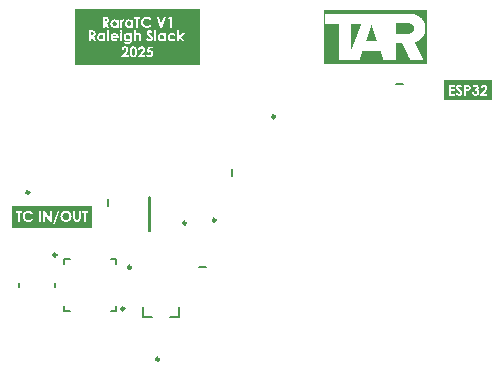
<source format=gto>
G04*
G04 #@! TF.GenerationSoftware,Altium Limited,Altium Designer,25.3.3 (18)*
G04*
G04 Layer_Color=65535*
%FSLAX44Y44*%
%MOMM*%
G71*
G04*
G04 #@! TF.SameCoordinates,E081D75F-9DF0-4658-81CA-2A43F12760C1*
G04*
G04*
G04 #@! TF.FilePolarity,Positive*
G04*
G01*
G75*
%ADD10C,0.2500*%
%ADD11C,0.2000*%
G36*
X360000Y272500D02*
X272500D01*
Y318088D01*
X360000D01*
Y272500D01*
D02*
G37*
G36*
X167500Y302819D02*
Y288987D01*
Y270949D01*
X62124D01*
Y288987D01*
Y302819D01*
Y319051D01*
X167500D01*
Y302819D01*
D02*
G37*
G36*
X76250Y133302D02*
X8750D01*
Y151698D01*
X76250D01*
Y133302D01*
D02*
G37*
G36*
X415468Y241348D02*
X374532D01*
Y258652D01*
X415468D01*
Y241348D01*
D02*
G37*
%LPC*%
G36*
X344688Y314937D02*
X273813D01*
Y306450D01*
X285800D01*
Y275650D01*
X302950D01*
Y275912D01*
X303037D01*
Y276175D01*
X303125D01*
Y276437D01*
X303213D01*
Y276612D01*
X303300D01*
Y276875D01*
X303388D01*
Y277138D01*
X303475D01*
Y277400D01*
X303563D01*
Y277663D01*
X303650D01*
Y277925D01*
X303738D01*
Y278188D01*
X303825D01*
Y278450D01*
X303913D01*
Y278713D01*
X304000D01*
Y278975D01*
X304088D01*
Y279150D01*
X304175D01*
Y279412D01*
X304263D01*
Y279675D01*
X304350D01*
Y279937D01*
X304438D01*
Y280200D01*
X304525D01*
Y280462D01*
X304613D01*
Y280725D01*
X304700D01*
Y280987D01*
X304788D01*
Y281250D01*
X304875D01*
Y281425D01*
X304963D01*
Y281688D01*
X305050D01*
Y281950D01*
X305138D01*
Y282213D01*
X305225D01*
Y282475D01*
X305312D01*
Y282738D01*
X305400D01*
Y283000D01*
X305487D01*
Y283263D01*
X305575D01*
Y283438D01*
X320625D01*
Y283263D01*
X320713D01*
Y283088D01*
X320800D01*
Y282825D01*
X320887D01*
Y282563D01*
X320975D01*
Y282300D01*
X321063D01*
Y282038D01*
X321150D01*
Y281775D01*
X321237D01*
Y281513D01*
X321325D01*
Y281250D01*
X321413D01*
Y280987D01*
X321500D01*
Y280812D01*
X321587D01*
Y280550D01*
X321675D01*
Y280287D01*
X321763D01*
Y280025D01*
X321850D01*
Y279762D01*
X321937D01*
Y279500D01*
X322025D01*
Y279237D01*
X322113D01*
Y278975D01*
X322200D01*
Y278713D01*
X322287D01*
Y278450D01*
X322375D01*
Y278275D01*
X322463D01*
Y278013D01*
X322550D01*
Y277750D01*
X322637D01*
Y277488D01*
X322725D01*
Y277225D01*
X322812D01*
Y276963D01*
X322900D01*
Y276700D01*
X322988D01*
Y276437D01*
X323075D01*
Y276175D01*
X323162D01*
Y275912D01*
X323250D01*
Y275737D01*
X323338D01*
Y275650D01*
X333488D01*
Y289562D01*
X339087D01*
Y289475D01*
X339175D01*
Y289300D01*
X339263D01*
Y289125D01*
X339350D01*
Y288950D01*
X339437D01*
Y288687D01*
X339525D01*
Y288512D01*
X339613D01*
Y288337D01*
X339700D01*
Y288162D01*
X339787D01*
Y287987D01*
X339875D01*
Y287812D01*
X339963D01*
Y287638D01*
X340050D01*
Y287463D01*
X340137D01*
Y287288D01*
X340225D01*
Y287113D01*
X340312D01*
Y286938D01*
X340400D01*
Y286763D01*
X340488D01*
Y286588D01*
X340575D01*
Y286413D01*
X340662D01*
Y286238D01*
X340750D01*
Y286063D01*
X340838D01*
Y285888D01*
X340925D01*
Y285800D01*
Y285625D01*
X341012D01*
Y285450D01*
X341100D01*
Y285275D01*
X341188D01*
Y285100D01*
X341275D01*
Y284925D01*
X341362D01*
Y284750D01*
X341450D01*
Y284575D01*
X341538D01*
Y284400D01*
X341625D01*
Y284225D01*
X341712D01*
Y284050D01*
X341800D01*
Y283875D01*
X341888D01*
Y283700D01*
X341975D01*
Y283525D01*
X342062D01*
Y283350D01*
X342150D01*
Y283175D01*
X342238D01*
Y283000D01*
X342325D01*
Y282825D01*
X342412D01*
Y282563D01*
X342500D01*
Y282388D01*
X342588D01*
Y282213D01*
X342675D01*
Y282038D01*
X342762D01*
Y281863D01*
X342850D01*
Y281688D01*
X342938D01*
Y281513D01*
X343025D01*
Y281338D01*
X343112D01*
Y281162D01*
X343200D01*
Y280987D01*
X343288D01*
Y280812D01*
X343375D01*
Y280637D01*
X343462D01*
Y280462D01*
X343550D01*
Y280287D01*
X343638D01*
Y280112D01*
X343725D01*
Y279937D01*
X343812D01*
Y279762D01*
X343900D01*
Y279500D01*
X343988D01*
Y279325D01*
X344075D01*
Y279150D01*
X344162D01*
Y278975D01*
X344250D01*
Y278800D01*
X344338D01*
Y278625D01*
X344425D01*
Y278450D01*
X344512D01*
Y278275D01*
X344600D01*
Y278100D01*
X344688D01*
Y277925D01*
X344775D01*
Y277750D01*
X344863D01*
Y277575D01*
X344950D01*
Y277400D01*
X345037D01*
Y277225D01*
X345125D01*
Y277050D01*
X345213D01*
Y276875D01*
X345300D01*
Y276700D01*
X345387D01*
Y276525D01*
X345475D01*
Y276262D01*
X345563D01*
Y276087D01*
X345650D01*
Y275912D01*
X345737D01*
Y275737D01*
X345825D01*
Y275650D01*
X357025D01*
Y275737D01*
X356937D01*
Y275912D01*
X356850D01*
Y276175D01*
X356763D01*
Y276350D01*
X356675D01*
Y276525D01*
X356587D01*
Y276700D01*
X356500D01*
Y276875D01*
X356413D01*
Y277050D01*
X356325D01*
Y277225D01*
X356237D01*
Y277400D01*
X356150D01*
Y277575D01*
X356063D01*
Y277750D01*
X355975D01*
Y277925D01*
X355887D01*
Y278100D01*
X355800D01*
Y278275D01*
X355713D01*
Y278450D01*
X355625D01*
Y278625D01*
X355537D01*
Y278800D01*
X355450D01*
Y278975D01*
X355363D01*
Y279150D01*
X355275D01*
Y279325D01*
X355187D01*
Y279500D01*
X355100D01*
Y279675D01*
X355013D01*
Y279850D01*
X354925D01*
Y280025D01*
X354837D01*
Y280200D01*
X354750D01*
Y280375D01*
X354663D01*
Y280550D01*
X354575D01*
Y280812D01*
X354487D01*
Y280987D01*
X354400D01*
Y281162D01*
X354313D01*
Y281338D01*
X354225D01*
Y281513D01*
X354137D01*
Y281688D01*
X354050D01*
Y281863D01*
X353963D01*
Y282038D01*
X353875D01*
Y282213D01*
X353787D01*
Y282388D01*
X353700D01*
Y282563D01*
X353613D01*
Y282738D01*
X353525D01*
Y282913D01*
X353438D01*
Y283088D01*
X353350D01*
Y283263D01*
X353262D01*
Y283438D01*
X353175D01*
Y283612D01*
X353088D01*
Y283787D01*
X353000D01*
Y283962D01*
X352912D01*
Y284137D01*
X352825D01*
Y284312D01*
X352738D01*
Y284487D01*
X352650D01*
Y284662D01*
X352562D01*
Y284837D01*
X352475D01*
Y285012D01*
X352388D01*
Y285187D01*
X352300D01*
Y285450D01*
X352212D01*
Y285625D01*
X352125D01*
Y285800D01*
X352038D01*
Y285975D01*
X351950D01*
Y286150D01*
X351862D01*
Y286325D01*
X351775D01*
Y286500D01*
X351688D01*
Y286675D01*
X351600D01*
Y286850D01*
X351512D01*
Y287025D01*
X351425D01*
Y287200D01*
X351338D01*
Y287375D01*
X351250D01*
Y287550D01*
X351162D01*
Y287725D01*
X351075D01*
Y287900D01*
X350988D01*
Y288075D01*
X350900D01*
Y288250D01*
X350812D01*
Y288425D01*
X350725D01*
Y288600D01*
X350638D01*
Y288775D01*
X350550D01*
Y288950D01*
X350462D01*
Y289125D01*
X350375D01*
Y289300D01*
X350288D01*
Y289475D01*
X350200D01*
Y289650D01*
X350112D01*
Y289825D01*
X350025D01*
Y290088D01*
X349938D01*
Y290263D01*
X349850D01*
Y290438D01*
X349762D01*
Y290525D01*
X349938D01*
Y290613D01*
X350200D01*
Y290700D01*
X350462D01*
Y290788D01*
X350725D01*
Y290875D01*
X350900D01*
Y290963D01*
X351162D01*
Y291050D01*
X351338D01*
Y291138D01*
X351512D01*
Y291225D01*
X351688D01*
Y291313D01*
X351950D01*
Y291400D01*
X352125D01*
Y291488D01*
X352212D01*
Y291575D01*
X352388D01*
Y291663D01*
X352562D01*
Y291750D01*
X352738D01*
Y291838D01*
X352912D01*
Y291925D01*
X353000D01*
Y292013D01*
X353175D01*
Y292100D01*
X353262D01*
Y292188D01*
X353438D01*
Y292275D01*
X353525D01*
Y292362D01*
X353700D01*
Y292450D01*
X353787D01*
Y292537D01*
X353963D01*
Y292625D01*
X354050D01*
Y292712D01*
X354137D01*
Y292800D01*
X354313D01*
Y292887D01*
X354400D01*
Y292975D01*
X354487D01*
Y293062D01*
X354575D01*
Y293150D01*
X354750D01*
Y293237D01*
X354837D01*
Y293325D01*
X354925D01*
Y293412D01*
X355013D01*
Y293500D01*
X355100D01*
Y293587D01*
X355187D01*
Y293675D01*
X355275D01*
Y293762D01*
X355363D01*
Y293850D01*
X355450D01*
Y293937D01*
X355537D01*
Y294025D01*
X355625D01*
Y294112D01*
X355713D01*
Y294200D01*
X355800D01*
Y294287D01*
X355887D01*
Y294375D01*
X355975D01*
Y294550D01*
X356063D01*
Y294638D01*
X356150D01*
Y294725D01*
X356237D01*
Y294813D01*
X356325D01*
Y294988D01*
X356413D01*
Y295075D01*
X356500D01*
Y295163D01*
X356587D01*
Y295338D01*
X356675D01*
Y295425D01*
X356763D01*
Y295600D01*
X356850D01*
Y295688D01*
X356937D01*
Y295863D01*
X357025D01*
Y296038D01*
X357113D01*
Y296125D01*
X357200D01*
Y296300D01*
X357287D01*
Y296475D01*
X357375D01*
Y296650D01*
X357463D01*
Y296825D01*
X357550D01*
Y297000D01*
X357637D01*
Y297175D01*
X357725D01*
Y297350D01*
X357812D01*
Y297612D01*
X357900D01*
Y297787D01*
X357988D01*
Y298050D01*
X358075D01*
Y298312D01*
X358162D01*
Y298575D01*
X358250D01*
Y298925D01*
X358338D01*
Y299275D01*
X358425D01*
Y299625D01*
X358512D01*
Y300150D01*
X358600D01*
Y300763D01*
X358688D01*
Y303825D01*
X358600D01*
Y304438D01*
X358512D01*
Y304963D01*
X358425D01*
Y305312D01*
X358338D01*
Y305662D01*
X358250D01*
Y306012D01*
X358162D01*
Y306275D01*
X358075D01*
Y306537D01*
X357988D01*
Y306800D01*
X357900D01*
Y306975D01*
X357812D01*
Y307237D01*
X357725D01*
Y307412D01*
X357637D01*
Y307588D01*
X357550D01*
Y307763D01*
X357463D01*
Y307938D01*
X357375D01*
Y308113D01*
X357287D01*
Y308288D01*
X357200D01*
Y308463D01*
X357113D01*
Y308638D01*
X357025D01*
Y308725D01*
X356937D01*
Y308900D01*
X356850D01*
Y308988D01*
X356763D01*
Y309163D01*
X356675D01*
Y309250D01*
X356587D01*
Y309425D01*
X356500D01*
Y309513D01*
X356413D01*
Y309600D01*
X356325D01*
Y309775D01*
X356237D01*
Y309862D01*
X356150D01*
Y309950D01*
X356063D01*
Y310037D01*
X355975D01*
Y310212D01*
X355887D01*
Y310300D01*
X355800D01*
Y310387D01*
X355713D01*
Y310475D01*
X355625D01*
Y310562D01*
X355537D01*
Y310650D01*
X355450D01*
Y310737D01*
X355363D01*
Y310825D01*
X355275D01*
Y310912D01*
X355187D01*
Y311000D01*
X355100D01*
Y311087D01*
X355013D01*
Y311175D01*
X354925D01*
Y311262D01*
X354837D01*
Y311350D01*
X354663D01*
Y311437D01*
X354575D01*
Y311525D01*
X354487D01*
Y311612D01*
X354400D01*
Y311700D01*
X354313D01*
Y311787D01*
X354137D01*
Y311875D01*
X354050D01*
Y311963D01*
X353963D01*
Y312050D01*
X353787D01*
Y312138D01*
X353700D01*
Y312225D01*
X353525D01*
Y312313D01*
X353438D01*
Y312400D01*
X353262D01*
Y312488D01*
X353175D01*
Y312575D01*
X353000D01*
Y312663D01*
X352825D01*
Y312750D01*
X352738D01*
Y312838D01*
X352562D01*
Y312925D01*
X352388D01*
Y313013D01*
X352212D01*
Y313100D01*
X352038D01*
Y313188D01*
X351862D01*
Y313275D01*
X351688D01*
Y313363D01*
X351512D01*
Y313450D01*
X351250D01*
Y313538D01*
X351075D01*
Y313625D01*
X350900D01*
Y313713D01*
X350638D01*
Y313800D01*
X350375D01*
Y313888D01*
X350112D01*
Y313975D01*
X349850D01*
Y314062D01*
X349588D01*
Y314150D01*
X349325D01*
Y314237D01*
X348975D01*
Y314325D01*
X348625D01*
Y314412D01*
X348275D01*
Y314500D01*
X347837D01*
Y314587D01*
X347313D01*
Y314675D01*
X346700D01*
Y314762D01*
X346000D01*
Y314850D01*
X344688D01*
Y314937D01*
D02*
G37*
%LPD*%
G36*
X343462Y306887D02*
X344425D01*
Y306800D01*
X344950D01*
Y306712D01*
X345300D01*
Y306625D01*
X345563D01*
Y306537D01*
X345825D01*
Y306450D01*
X346087D01*
Y306362D01*
X346263D01*
Y306275D01*
X346437D01*
Y306187D01*
X346613D01*
Y306100D01*
X346787D01*
Y306012D01*
X346963D01*
Y305925D01*
X347050D01*
Y305837D01*
X347225D01*
Y305750D01*
X347313D01*
Y305662D01*
X347400D01*
Y305575D01*
X347575D01*
Y305487D01*
X347663D01*
Y305400D01*
X347750D01*
Y305312D01*
X347837D01*
Y305225D01*
X347925D01*
Y305138D01*
X348013D01*
Y305050D01*
X348100D01*
Y304875D01*
X348187D01*
Y304788D01*
X348275D01*
Y304700D01*
X348363D01*
Y304525D01*
X348450D01*
Y304350D01*
X348537D01*
Y304175D01*
X348625D01*
Y304000D01*
X348713D01*
Y303825D01*
X348800D01*
Y303563D01*
X348887D01*
Y303213D01*
X348975D01*
Y301462D01*
X348887D01*
Y301025D01*
X348800D01*
Y300763D01*
X348713D01*
Y300500D01*
X348625D01*
Y300325D01*
X348537D01*
Y300150D01*
X348450D01*
Y299975D01*
X348363D01*
Y299888D01*
X348275D01*
Y299713D01*
X348187D01*
Y299625D01*
X348100D01*
Y299538D01*
X348013D01*
Y299363D01*
X347925D01*
Y299275D01*
X347837D01*
Y299188D01*
X347750D01*
Y299100D01*
X347663D01*
Y299013D01*
X347575D01*
Y298925D01*
X347400D01*
Y298838D01*
X347313D01*
Y298750D01*
X347225D01*
Y298662D01*
X347050D01*
Y298575D01*
X346963D01*
Y298487D01*
X346787D01*
Y298400D01*
X346613D01*
Y298312D01*
X346437D01*
Y298225D01*
X346263D01*
Y298137D01*
X346087D01*
Y298050D01*
X345825D01*
Y297962D01*
X345563D01*
Y297875D01*
X345300D01*
Y297787D01*
X344863D01*
Y297700D01*
X344425D01*
Y297612D01*
X333488D01*
Y306975D01*
X343462D01*
Y306887D01*
D02*
G37*
G36*
X313188Y304788D02*
X313275D01*
Y304525D01*
X313363D01*
Y304263D01*
X313450D01*
Y304000D01*
X313538D01*
Y303738D01*
X313625D01*
Y303475D01*
X313713D01*
Y303300D01*
X313800D01*
Y303037D01*
X313888D01*
Y302775D01*
X313975D01*
Y302512D01*
X314062D01*
Y302250D01*
X314150D01*
Y301987D01*
X314237D01*
Y301725D01*
X314325D01*
Y301462D01*
X314412D01*
Y301200D01*
X314500D01*
Y300938D01*
X314587D01*
Y300763D01*
X314675D01*
Y300500D01*
X314762D01*
Y300238D01*
X314850D01*
Y299975D01*
X314937D01*
Y299713D01*
X315025D01*
Y299450D01*
X315112D01*
Y299188D01*
X315200D01*
Y298925D01*
X315287D01*
Y298662D01*
X315375D01*
Y298400D01*
X315462D01*
Y298225D01*
X315550D01*
Y297962D01*
X315637D01*
Y297700D01*
X315725D01*
Y297437D01*
X315812D01*
Y297175D01*
X315900D01*
Y296912D01*
X315987D01*
Y296650D01*
X316075D01*
Y296388D01*
X316162D01*
Y296125D01*
X316250D01*
Y295863D01*
X316338D01*
Y295600D01*
X316425D01*
Y295425D01*
X316513D01*
Y295163D01*
X316600D01*
Y294900D01*
X316688D01*
Y294638D01*
X316775D01*
Y294375D01*
X316863D01*
Y294112D01*
X316950D01*
Y293850D01*
X317038D01*
Y293587D01*
X317125D01*
Y293325D01*
X317213D01*
Y293062D01*
X317300D01*
Y292887D01*
X317388D01*
Y292625D01*
X317475D01*
Y292362D01*
X317563D01*
Y292100D01*
X317650D01*
Y291838D01*
X308550D01*
Y292013D01*
X308638D01*
Y292275D01*
X308725D01*
Y292537D01*
X308813D01*
Y292800D01*
X308900D01*
Y293062D01*
X308988D01*
Y293325D01*
X309075D01*
Y293587D01*
X309163D01*
Y293762D01*
X309250D01*
Y294025D01*
X309338D01*
Y294287D01*
X309425D01*
Y294550D01*
X309513D01*
Y294813D01*
X309600D01*
Y295075D01*
X309688D01*
Y295338D01*
X309775D01*
Y295600D01*
X309862D01*
Y295863D01*
X309950D01*
Y296125D01*
X310037D01*
Y296300D01*
X310125D01*
Y296562D01*
X310212D01*
Y296825D01*
X310300D01*
Y297087D01*
X310387D01*
Y297350D01*
X310475D01*
Y297612D01*
X310562D01*
Y297875D01*
X310650D01*
Y298137D01*
X310737D01*
Y298400D01*
X310825D01*
Y298662D01*
X310912D01*
Y298838D01*
X311000D01*
Y299100D01*
X311087D01*
Y299363D01*
X311175D01*
Y299625D01*
X311262D01*
Y299888D01*
X311350D01*
Y300150D01*
X311437D01*
Y300413D01*
X311525D01*
Y300675D01*
X311612D01*
Y300938D01*
X311700D01*
Y301200D01*
X311787D01*
Y301462D01*
X311875D01*
Y301637D01*
X311963D01*
Y301900D01*
X312050D01*
Y302162D01*
X312138D01*
Y302425D01*
X312225D01*
Y302687D01*
X312313D01*
Y302950D01*
X312400D01*
Y303213D01*
X312488D01*
Y303475D01*
X312575D01*
Y303738D01*
X312663D01*
Y304000D01*
X312750D01*
Y304175D01*
X312838D01*
Y304438D01*
X312925D01*
Y304700D01*
X313013D01*
Y304963D01*
X313100D01*
Y305050D01*
X313188D01*
Y304788D01*
D02*
G37*
G36*
X304700Y306362D02*
X304613D01*
Y306187D01*
X304525D01*
Y305925D01*
X304438D01*
Y305662D01*
X304350D01*
Y305487D01*
X304263D01*
Y305225D01*
X304175D01*
Y305050D01*
X304088D01*
Y304788D01*
X304000D01*
Y304613D01*
X303913D01*
Y304350D01*
X303825D01*
Y304088D01*
X303738D01*
Y303913D01*
X303650D01*
Y303650D01*
X303563D01*
Y303475D01*
X303475D01*
Y303213D01*
X303388D01*
Y302950D01*
X303300D01*
Y302775D01*
X303213D01*
Y302512D01*
X303125D01*
Y302337D01*
X303037D01*
Y302075D01*
X302950D01*
Y301900D01*
X302862D01*
Y301637D01*
X302775D01*
Y301375D01*
X302687D01*
Y301200D01*
X302600D01*
Y300938D01*
X302512D01*
Y300763D01*
X302425D01*
Y300500D01*
X302337D01*
Y300325D01*
X302250D01*
Y300063D01*
X302162D01*
Y299800D01*
X302075D01*
Y299625D01*
X301987D01*
Y299363D01*
X301900D01*
Y299188D01*
X301812D01*
Y298925D01*
X301725D01*
Y298750D01*
X301637D01*
Y298487D01*
X301550D01*
Y298225D01*
X301462D01*
Y298050D01*
X301375D01*
Y297787D01*
X301287D01*
Y297612D01*
X301200D01*
Y297350D01*
X301112D01*
Y297175D01*
X301025D01*
Y296912D01*
X300938D01*
Y296650D01*
X300850D01*
Y296475D01*
X300763D01*
Y296213D01*
X300675D01*
Y296038D01*
X300588D01*
Y295775D01*
X300500D01*
Y295600D01*
X300413D01*
Y295338D01*
X300325D01*
Y295075D01*
X300238D01*
Y294900D01*
X300150D01*
Y294638D01*
X300063D01*
Y294463D01*
X299975D01*
Y294200D01*
X299888D01*
Y294025D01*
X299800D01*
Y293762D01*
X299713D01*
Y293500D01*
X299625D01*
Y293325D01*
X299538D01*
Y293062D01*
X299450D01*
Y292887D01*
X299363D01*
Y292625D01*
X299275D01*
Y292450D01*
X299188D01*
Y292188D01*
X299100D01*
Y291925D01*
X299013D01*
Y291750D01*
X298925D01*
Y291488D01*
X298838D01*
Y291313D01*
X298750D01*
Y291050D01*
X298662D01*
Y290875D01*
X298575D01*
Y290613D01*
X298487D01*
Y290350D01*
X298400D01*
Y290175D01*
X298312D01*
Y289912D01*
X298225D01*
Y289737D01*
X298137D01*
Y289475D01*
X298050D01*
Y289300D01*
X297962D01*
Y289037D01*
X297875D01*
Y288775D01*
X297787D01*
Y288600D01*
X297700D01*
Y288337D01*
X297612D01*
Y288162D01*
X297525D01*
Y287900D01*
X297437D01*
Y287638D01*
X297350D01*
Y287463D01*
X297262D01*
Y287200D01*
X297175D01*
Y287025D01*
X297087D01*
Y286763D01*
X297000D01*
Y286588D01*
X296912D01*
Y286325D01*
X296825D01*
Y286063D01*
X296737D01*
Y285888D01*
X296650D01*
Y285625D01*
X296562D01*
Y285450D01*
X296475D01*
Y285187D01*
X296388D01*
Y285012D01*
X296300D01*
Y284750D01*
X296213D01*
Y284487D01*
X296125D01*
Y284312D01*
X296038D01*
Y284050D01*
X295950D01*
Y283875D01*
X295863D01*
Y283612D01*
X295775D01*
Y283438D01*
X295688D01*
Y283175D01*
X295600D01*
Y282913D01*
X295513D01*
Y282738D01*
X295425D01*
Y290875D01*
Y290963D01*
Y306450D01*
X304700D01*
Y306362D01*
D02*
G37*
%LPC*%
G36*
X122978Y312306D02*
X122864D01*
X122623Y312294D01*
X122381Y312281D01*
X121924Y312205D01*
X121505Y312103D01*
X121314Y312040D01*
X121137Y311989D01*
X120972Y311925D01*
X120832Y311862D01*
X120705Y311811D01*
X120603Y311760D01*
X120514Y311722D01*
X120451Y311684D01*
X120413Y311671D01*
X120400Y311659D01*
X120006Y311405D01*
X119816Y311265D01*
X119651Y311125D01*
X119498Y310986D01*
X119359Y310846D01*
X119219Y310706D01*
X119105Y310579D01*
X119003Y310452D01*
X118914Y310338D01*
X118838Y310236D01*
X118774Y310147D01*
X118724Y310071D01*
X118686Y310020D01*
X118673Y309982D01*
X118660Y309970D01*
X118559Y309766D01*
X118457Y309563D01*
X118305Y309157D01*
X118203Y308750D01*
X118127Y308382D01*
X118101Y308204D01*
X118089Y308052D01*
X118063Y307912D01*
Y307798D01*
X118051Y307696D01*
Y307569D01*
X118063Y307188D01*
X118114Y306820D01*
X118178Y306477D01*
X118254Y306159D01*
X118355Y305855D01*
X118470Y305575D01*
X118597Y305321D01*
X118724Y305080D01*
X118838Y304864D01*
X118965Y304686D01*
X119079Y304521D01*
X119181Y304394D01*
X119257Y304293D01*
X119333Y304216D01*
X119371Y304166D01*
X119384Y304153D01*
X119651Y303924D01*
X119917Y303708D01*
X120197Y303531D01*
X120489Y303378D01*
X120781Y303251D01*
X121073Y303150D01*
X121353Y303061D01*
X121619Y302985D01*
X121873Y302934D01*
X122102Y302896D01*
X122305Y302857D01*
X122483Y302845D01*
X122635Y302832D01*
X122750Y302819D01*
X122838D01*
X123258Y302832D01*
X123639Y302883D01*
X123982Y302934D01*
X124134Y302972D01*
X124286Y303010D01*
X124413Y303035D01*
X124528Y303073D01*
X124629Y303099D01*
X124718Y303137D01*
X124782Y303150D01*
X124832Y303175D01*
X124858Y303188D01*
X124871D01*
X125036Y303264D01*
X125213Y303353D01*
X125544Y303556D01*
X125861Y303785D01*
X126153Y304013D01*
X126280Y304115D01*
X126395Y304216D01*
X126509Y304305D01*
X126598Y304394D01*
X126661Y304458D01*
X126725Y304508D01*
X126750Y304534D01*
X126763Y304547D01*
X125594Y305766D01*
X125315Y305512D01*
X125061Y305296D01*
X124832Y305118D01*
X124629Y304978D01*
X124464Y304877D01*
X124337Y304801D01*
X124286Y304775D01*
X124248Y304762D01*
X124235Y304750D01*
X124223D01*
X123994Y304661D01*
X123753Y304597D01*
X123524Y304547D01*
X123321Y304521D01*
X123131Y304496D01*
X122991Y304483D01*
X122864D01*
X122546Y304496D01*
X122242Y304547D01*
X121975Y304610D01*
X121734Y304686D01*
X121543Y304750D01*
X121454Y304788D01*
X121391Y304813D01*
X121340Y304839D01*
X121302Y304864D01*
X121276Y304877D01*
X121264D01*
X121010Y305042D01*
X120781Y305220D01*
X120591Y305397D01*
X120438Y305575D01*
X120311Y305728D01*
X120222Y305855D01*
X120184Y305905D01*
X120159Y305944D01*
X120146Y305956D01*
Y305969D01*
X120019Y306236D01*
X119930Y306515D01*
X119854Y306782D01*
X119816Y307036D01*
X119790Y307252D01*
X119778Y307341D01*
Y307417D01*
X119765Y307480D01*
Y307531D01*
Y307556D01*
Y307569D01*
X119778Y307810D01*
X119803Y308039D01*
X119841Y308255D01*
X119905Y308458D01*
X119968Y308649D01*
X120044Y308827D01*
X120121Y308992D01*
X120210Y309144D01*
X120286Y309284D01*
X120362Y309411D01*
X120438Y309512D01*
X120502Y309601D01*
X120565Y309665D01*
X120603Y309715D01*
X120629Y309741D01*
X120641Y309754D01*
X120807Y309906D01*
X120997Y310046D01*
X121175Y310160D01*
X121353Y310274D01*
X121543Y310350D01*
X121721Y310427D01*
X121899Y310490D01*
X122064Y310528D01*
X122229Y310566D01*
X122369Y310592D01*
X122496Y310617D01*
X122610Y310630D01*
X122699Y310643D01*
X122826D01*
X123105Y310630D01*
X123385Y310592D01*
X123651Y310528D01*
X123905Y310439D01*
X124147Y310338D01*
X124375Y310236D01*
X124591Y310122D01*
X124782Y309995D01*
X124959Y309881D01*
X125125Y309754D01*
X125264Y309652D01*
X125379Y309550D01*
X125467Y309461D01*
X125544Y309398D01*
X125582Y309360D01*
X125594Y309347D01*
X126801Y310490D01*
X126509Y310795D01*
X126204Y311062D01*
X125899Y311290D01*
X125620Y311481D01*
X125379Y311633D01*
X125277Y311684D01*
X125188Y311735D01*
X125112Y311773D01*
X125061Y311798D01*
X125023Y311824D01*
X125010D01*
X124629Y311989D01*
X124235Y312103D01*
X123880Y312192D01*
X123550Y312243D01*
X123410Y312268D01*
X123270Y312281D01*
X123156Y312294D01*
X123054D01*
X122978Y312306D01*
D02*
G37*
G36*
X103268Y309893D02*
X103204D01*
X103039Y309881D01*
X102887Y309855D01*
X102734Y309804D01*
X102620Y309766D01*
X102506Y309715D01*
X102430Y309665D01*
X102379Y309639D01*
X102366Y309627D01*
X102226Y309525D01*
X102112Y309398D01*
X102010Y309284D01*
X101922Y309157D01*
X101845Y309042D01*
X101795Y308953D01*
X101769Y308903D01*
X101756Y308877D01*
Y309728D01*
X100309D01*
Y303048D01*
X101985D01*
Y305740D01*
X101972Y306058D01*
Y306312D01*
X101985Y306541D01*
X101998Y306756D01*
X102010Y306947D01*
X102036Y307112D01*
X102061Y307264D01*
X102087Y307404D01*
X102112Y307518D01*
X102125Y307620D01*
X102150Y307709D01*
X102176Y307785D01*
X102201Y307836D01*
X102214Y307887D01*
X102226Y307912D01*
X102239Y307938D01*
X102341Y308103D01*
X102455Y308217D01*
X102557Y308306D01*
X102658Y308357D01*
X102747Y308395D01*
X102823Y308407D01*
X102874Y308420D01*
X102963D01*
X103039Y308395D01*
X103204Y308344D01*
X103268Y308319D01*
X103319Y308293D01*
X103357Y308280D01*
X103369Y308268D01*
X103890Y309715D01*
X103763Y309779D01*
X103636Y309817D01*
X103522Y309855D01*
X103420Y309868D01*
X103331Y309881D01*
X103268Y309893D01*
D02*
G37*
G36*
X139247Y312078D02*
X137494D01*
X135170Y305651D01*
X132897Y312078D01*
X131132D01*
X134332Y303048D01*
X135970D01*
X139247Y312078D01*
D02*
G37*
G36*
X144225D02*
X141660D01*
X140669Y310465D01*
X142523D01*
Y303048D01*
X144225D01*
Y312078D01*
D02*
G37*
G36*
X117314D02*
X112323D01*
Y310389D01*
X113923D01*
Y303048D01*
X115663D01*
Y310389D01*
X117314D01*
Y312078D01*
D02*
G37*
G36*
X107649Y309893D02*
X107548D01*
X107306Y309881D01*
X107078Y309855D01*
X106862Y309804D01*
X106646Y309741D01*
X106455Y309665D01*
X106265Y309576D01*
X106100Y309487D01*
X105948Y309398D01*
X105808Y309309D01*
X105681Y309220D01*
X105579Y309131D01*
X105490Y309055D01*
X105414Y308992D01*
X105363Y308941D01*
X105338Y308915D01*
X105325Y308903D01*
X105173Y308712D01*
X105033Y308509D01*
X104906Y308306D01*
X104804Y308090D01*
X104716Y307874D01*
X104639Y307671D01*
X104589Y307468D01*
X104538Y307264D01*
X104500Y307087D01*
X104474Y306909D01*
X104449Y306756D01*
X104436Y306629D01*
X104424Y306528D01*
Y306375D01*
X104436Y306096D01*
X104462Y305842D01*
X104512Y305588D01*
X104576Y305347D01*
X104639Y305131D01*
X104716Y304928D01*
X104804Y304737D01*
X104893Y304559D01*
X104982Y304407D01*
X105071Y304267D01*
X105147Y304153D01*
X105211Y304051D01*
X105274Y303975D01*
X105325Y303924D01*
X105351Y303886D01*
X105363Y303874D01*
X105541Y303696D01*
X105732Y303543D01*
X105922Y303416D01*
X106113Y303302D01*
X106303Y303200D01*
X106481Y303124D01*
X106659Y303061D01*
X106837Y303010D01*
X106989Y302972D01*
X107141Y302934D01*
X107268Y302908D01*
X107383Y302896D01*
X107472D01*
X107548Y302883D01*
X107598D01*
X107814Y302896D01*
X108005Y302921D01*
X108183Y302946D01*
X108348Y302985D01*
X108475Y303023D01*
X108576Y303061D01*
X108640Y303073D01*
X108665Y303086D01*
X108856Y303175D01*
X109034Y303277D01*
X109199Y303391D01*
X109351Y303493D01*
X109478Y303594D01*
X109567Y303670D01*
X109630Y303721D01*
X109656Y303746D01*
Y303048D01*
X111332D01*
Y309728D01*
X109656D01*
Y308992D01*
X109478Y309144D01*
X109313Y309284D01*
X109148Y309398D01*
X108996Y309500D01*
X108856Y309563D01*
X108754Y309627D01*
X108691Y309652D01*
X108665Y309665D01*
X108462Y309741D01*
X108272Y309792D01*
X108081Y309842D01*
X107916Y309868D01*
X107764Y309881D01*
X107649Y309893D01*
D02*
G37*
G36*
X95318D02*
X95216D01*
X94975Y309881D01*
X94746Y309855D01*
X94530Y309804D01*
X94314Y309741D01*
X94124Y309665D01*
X93933Y309576D01*
X93768Y309487D01*
X93616Y309398D01*
X93476Y309309D01*
X93349Y309220D01*
X93247Y309131D01*
X93159Y309055D01*
X93082Y308992D01*
X93032Y308941D01*
X93006Y308915D01*
X92993Y308903D01*
X92841Y308712D01*
X92701Y308509D01*
X92574Y308306D01*
X92473Y308090D01*
X92384Y307874D01*
X92308Y307671D01*
X92257Y307468D01*
X92206Y307264D01*
X92168Y307087D01*
X92143Y306909D01*
X92117Y306756D01*
X92105Y306629D01*
X92092Y306528D01*
Y306375D01*
X92105Y306096D01*
X92130Y305842D01*
X92181Y305588D01*
X92244Y305347D01*
X92308Y305131D01*
X92384Y304928D01*
X92473Y304737D01*
X92562Y304559D01*
X92651Y304407D01*
X92739Y304267D01*
X92816Y304153D01*
X92879Y304051D01*
X92943Y303975D01*
X92993Y303924D01*
X93019Y303886D01*
X93032Y303874D01*
X93209Y303696D01*
X93400Y303543D01*
X93590Y303416D01*
X93781Y303302D01*
X93971Y303200D01*
X94149Y303124D01*
X94327Y303061D01*
X94505Y303010D01*
X94657Y302972D01*
X94810Y302934D01*
X94937Y302908D01*
X95051Y302896D01*
X95140D01*
X95216Y302883D01*
X95267D01*
X95483Y302896D01*
X95673Y302921D01*
X95851Y302946D01*
X96016Y302985D01*
X96143Y303023D01*
X96245Y303061D01*
X96308Y303073D01*
X96334Y303086D01*
X96524Y303175D01*
X96702Y303277D01*
X96867Y303391D01*
X97019Y303493D01*
X97146Y303594D01*
X97235Y303670D01*
X97299Y303721D01*
X97324Y303746D01*
Y303048D01*
X99001D01*
Y309728D01*
X97324D01*
Y308992D01*
X97146Y309144D01*
X96981Y309284D01*
X96816Y309398D01*
X96664Y309500D01*
X96524Y309563D01*
X96423Y309627D01*
X96359Y309652D01*
X96334Y309665D01*
X96130Y309741D01*
X95940Y309792D01*
X95749Y309842D01*
X95584Y309868D01*
X95432Y309881D01*
X95318Y309893D01*
D02*
G37*
G36*
X87456Y312078D02*
X85399D01*
Y303048D01*
X87101D01*
Y306871D01*
X87266D01*
X89298Y303048D01*
X91177D01*
X89044Y307048D01*
X89349Y307176D01*
X89603Y307328D01*
X89818Y307480D01*
X90009Y307620D01*
X90149Y307760D01*
X90250Y307861D01*
X90301Y307938D01*
X90326Y307950D01*
Y307963D01*
X90466Y308204D01*
X90581Y308445D01*
X90657Y308699D01*
X90708Y308928D01*
X90733Y309131D01*
X90746Y309220D01*
X90758Y309296D01*
Y309360D01*
Y309411D01*
Y309436D01*
Y309449D01*
X90746Y309754D01*
X90695Y310033D01*
X90631Y310287D01*
X90568Y310503D01*
X90492Y310668D01*
X90428Y310795D01*
X90403Y310846D01*
X90377Y310884D01*
X90365Y310897D01*
Y310909D01*
X90212Y311125D01*
X90047Y311316D01*
X89882Y311468D01*
X89717Y311582D01*
X89565Y311684D01*
X89450Y311747D01*
X89374Y311786D01*
X89361Y311798D01*
X89349D01*
X89222Y311849D01*
X89069Y311887D01*
X88917Y311925D01*
X88752Y311963D01*
X88396Y312014D01*
X88041Y312040D01*
X87875Y312052D01*
X87723Y312065D01*
X87583D01*
X87456Y312078D01*
D02*
G37*
G36*
X101255Y301014D02*
X101179D01*
X101026Y301001D01*
X100874Y300963D01*
X100747Y300912D01*
X100645Y300861D01*
X100556Y300798D01*
X100480Y300747D01*
X100442Y300709D01*
X100429Y300696D01*
X100328Y300569D01*
X100252Y300442D01*
X100201Y300315D01*
X100163Y300201D01*
X100137Y300086D01*
X100125Y300010D01*
Y299934D01*
X100137Y299769D01*
X100175Y299617D01*
X100226Y299489D01*
X100277Y299375D01*
X100328Y299286D01*
X100379Y299223D01*
X100417Y299172D01*
X100429Y299159D01*
X100556Y299058D01*
X100683Y298981D01*
X100810Y298918D01*
X100925Y298880D01*
X101039Y298855D01*
X101115Y298842D01*
X101191D01*
X101344Y298855D01*
X101496Y298893D01*
X101623Y298943D01*
X101725Y298994D01*
X101814Y299045D01*
X101890Y299096D01*
X101928Y299134D01*
X101941Y299147D01*
X102042Y299274D01*
X102119Y299401D01*
X102182Y299528D01*
X102220Y299655D01*
X102246Y299756D01*
X102258Y299845D01*
Y299921D01*
X102246Y300086D01*
X102207Y300226D01*
X102157Y300353D01*
X102106Y300467D01*
X102042Y300556D01*
X101992Y300632D01*
X101953Y300671D01*
X101941Y300683D01*
X101814Y300798D01*
X101687Y300874D01*
X101560Y300937D01*
X101445Y300975D01*
X101331Y301001D01*
X101255Y301014D01*
D02*
G37*
G36*
X125334Y300848D02*
X125220D01*
X125029Y300836D01*
X124839Y300823D01*
X124496Y300747D01*
X124204Y300632D01*
X123937Y300518D01*
X123835Y300455D01*
X123734Y300391D01*
X123658Y300328D01*
X123581Y300277D01*
X123531Y300239D01*
X123493Y300201D01*
X123467Y300188D01*
X123455Y300175D01*
X123328Y300048D01*
X123226Y299909D01*
X123124Y299782D01*
X123048Y299642D01*
X122921Y299375D01*
X122832Y299121D01*
X122781Y298893D01*
X122769Y298804D01*
X122756Y298715D01*
X122743Y298651D01*
Y298601D01*
Y298575D01*
Y298562D01*
X122756Y298321D01*
X122807Y298080D01*
X122870Y297864D01*
X122959Y297661D01*
X123035Y297496D01*
X123099Y297369D01*
X123124Y297318D01*
X123150Y297280D01*
X123162Y297267D01*
Y297254D01*
X123251Y297127D01*
X123366Y296988D01*
X123505Y296848D01*
X123645Y296695D01*
X123962Y296378D01*
X124280Y296086D01*
X124445Y295946D01*
X124585Y295819D01*
X124725Y295705D01*
X124839Y295603D01*
X124940Y295514D01*
X125017Y295451D01*
X125067Y295413D01*
X125080Y295400D01*
X125220Y295286D01*
X125347Y295172D01*
X125563Y294981D01*
X125740Y294829D01*
X125868Y294689D01*
X125969Y294587D01*
X126033Y294524D01*
X126071Y294473D01*
X126083Y294460D01*
X126160Y294346D01*
X126210Y294232D01*
X126261Y294130D01*
X126287Y294041D01*
X126299Y293965D01*
X126312Y293902D01*
Y293863D01*
Y293851D01*
X126299Y293724D01*
X126261Y293609D01*
X126210Y293508D01*
X126160Y293419D01*
X126109Y293355D01*
X126058Y293305D01*
X126020Y293267D01*
X126007Y293254D01*
X125893Y293165D01*
X125766Y293101D01*
X125639Y293063D01*
X125525Y293038D01*
X125410Y293013D01*
X125334Y293000D01*
X125258D01*
X125105Y293013D01*
X124953Y293051D01*
X124801Y293114D01*
X124661Y293190D01*
X124534Y293279D01*
X124407Y293381D01*
X124191Y293597D01*
X124013Y293813D01*
X123937Y293914D01*
X123874Y294003D01*
X123823Y294079D01*
X123785Y294143D01*
X123772Y294181D01*
X123759Y294194D01*
X122324Y293317D01*
X122426Y293139D01*
X122527Y292962D01*
X122731Y292657D01*
X122934Y292403D01*
X123124Y292200D01*
X123289Y292035D01*
X123429Y291920D01*
X123480Y291882D01*
X123518Y291857D01*
X123531Y291831D01*
X123543D01*
X123823Y291679D01*
X124102Y291565D01*
X124382Y291476D01*
X124648Y291425D01*
X124877Y291387D01*
X124979Y291374D01*
X125055D01*
X125131Y291362D01*
X125220D01*
X125448Y291374D01*
X125664Y291387D01*
X125868Y291425D01*
X126058Y291476D01*
X126236Y291527D01*
X126401Y291590D01*
X126553Y291654D01*
X126693Y291730D01*
X126807Y291793D01*
X126922Y291857D01*
X127010Y291920D01*
X127087Y291971D01*
X127150Y292022D01*
X127188Y292060D01*
X127214Y292073D01*
X127226Y292085D01*
X127366Y292225D01*
X127480Y292377D01*
X127582Y292517D01*
X127671Y292682D01*
X127747Y292835D01*
X127811Y292987D01*
X127900Y293267D01*
X127938Y293406D01*
X127963Y293521D01*
X127976Y293635D01*
X127988Y293736D01*
X128001Y293813D01*
Y293914D01*
X127988Y294130D01*
X127963Y294321D01*
X127925Y294498D01*
X127887Y294651D01*
X127849Y294790D01*
X127811Y294879D01*
X127785Y294943D01*
X127773Y294968D01*
X127684Y295146D01*
X127569Y295324D01*
X127442Y295502D01*
X127328Y295654D01*
X127214Y295781D01*
X127125Y295883D01*
X127061Y295946D01*
X127036Y295972D01*
X126985Y296022D01*
X126922Y296073D01*
X126845Y296149D01*
X126756Y296226D01*
X126566Y296391D01*
X126363Y296569D01*
X126160Y296746D01*
X126071Y296810D01*
X125995Y296886D01*
X125931Y296937D01*
X125880Y296975D01*
X125855Y297000D01*
X125842Y297013D01*
X125652Y297178D01*
X125486Y297318D01*
X125334Y297445D01*
X125207Y297572D01*
X125080Y297673D01*
X124979Y297775D01*
X124890Y297851D01*
X124813Y297927D01*
X124699Y298042D01*
X124636Y298118D01*
X124598Y298156D01*
X124585Y298169D01*
X124534Y298245D01*
X124496Y298321D01*
X124458Y298461D01*
X124445Y298512D01*
X124432Y298562D01*
Y298588D01*
Y298601D01*
X124445Y298689D01*
X124471Y298766D01*
X124534Y298893D01*
X124572Y298943D01*
X124610Y298981D01*
X124623Y298994D01*
X124636Y299007D01*
X124725Y299070D01*
X124813Y299121D01*
X124902Y299147D01*
X124991Y299172D01*
X125080Y299185D01*
X125144Y299197D01*
X125194D01*
X125321Y299185D01*
X125448Y299159D01*
X125575Y299109D01*
X125702Y299058D01*
X125931Y298905D01*
X126134Y298740D01*
X126312Y298562D01*
X126439Y298410D01*
X126490Y298359D01*
X126528Y298308D01*
X126541Y298283D01*
X126553Y298270D01*
X127836Y299388D01*
X127569Y299680D01*
X127328Y299921D01*
X127099Y300112D01*
X126896Y300264D01*
X126731Y300391D01*
X126604Y300467D01*
X126566Y300493D01*
X126528Y300518D01*
X126515Y300531D01*
X126503D01*
X126274Y300632D01*
X126045Y300709D01*
X125829Y300772D01*
X125639Y300810D01*
X125461Y300836D01*
X125334Y300848D01*
D02*
G37*
G36*
X144397Y298435D02*
X144232D01*
X143838Y298410D01*
X143470Y298359D01*
X143139Y298283D01*
X142847Y298207D01*
X142720Y298156D01*
X142606Y298118D01*
X142517Y298080D01*
X142428Y298042D01*
X142365Y298004D01*
X142314Y297991D01*
X142289Y297966D01*
X142276D01*
X141971Y297775D01*
X141704Y297572D01*
X141476Y297356D01*
X141285Y297153D01*
X141133Y296962D01*
X141019Y296822D01*
X140981Y296759D01*
X140955Y296721D01*
X140930Y296695D01*
Y296683D01*
X140765Y296378D01*
X140650Y296061D01*
X140561Y295768D01*
X140511Y295489D01*
X140485Y295362D01*
X140472Y295248D01*
X140460Y295159D01*
Y295070D01*
X140447Y294994D01*
Y294905D01*
X140460Y294651D01*
X140485Y294397D01*
X140536Y294156D01*
X140599Y293940D01*
X140676Y293724D01*
X140765Y293521D01*
X140854Y293330D01*
X140942Y293165D01*
X141031Y293013D01*
X141120Y292873D01*
X141209Y292746D01*
X141285Y292657D01*
X141349Y292568D01*
X141400Y292517D01*
X141425Y292479D01*
X141438Y292466D01*
X141628Y292289D01*
X141844Y292124D01*
X142060Y291984D01*
X142289Y291870D01*
X142530Y291768D01*
X142759Y291679D01*
X142987Y291616D01*
X143203Y291552D01*
X143406Y291514D01*
X143597Y291476D01*
X143762Y291463D01*
X143914Y291438D01*
X144041D01*
X144130Y291425D01*
X144206D01*
X144562Y291438D01*
X144905Y291488D01*
X145210Y291552D01*
X145502Y291641D01*
X145781Y291742D01*
X146022Y291870D01*
X146251Y291984D01*
X146454Y292124D01*
X146645Y292250D01*
X146797Y292377D01*
X146937Y292492D01*
X147038Y292593D01*
X147127Y292682D01*
X147191Y292746D01*
X147229Y292797D01*
X147242Y292809D01*
X145908Y293724D01*
X145781Y293584D01*
X145654Y293470D01*
X145514Y293368D01*
X145375Y293279D01*
X145222Y293216D01*
X145083Y293152D01*
X144803Y293063D01*
X144549Y293000D01*
X144435Y292987D01*
X144346Y292974D01*
X144270Y292962D01*
X144156D01*
X143838Y292987D01*
X143546Y293051D01*
X143292Y293127D01*
X143089Y293228D01*
X142924Y293330D01*
X142797Y293406D01*
X142720Y293470D01*
X142708Y293495D01*
X142695D01*
X142593Y293597D01*
X142517Y293711D01*
X142378Y293940D01*
X142276Y294168D01*
X142212Y294384D01*
X142162Y294587D01*
X142149Y294664D01*
Y294740D01*
X142136Y294803D01*
Y294841D01*
Y294867D01*
Y294879D01*
X142149Y295044D01*
X142162Y295197D01*
X142225Y295476D01*
X142314Y295718D01*
X142428Y295921D01*
X142530Y296086D01*
X142619Y296213D01*
X142682Y296289D01*
X142708Y296315D01*
X142822Y296416D01*
X142936Y296505D01*
X143190Y296632D01*
X143444Y296734D01*
X143686Y296810D01*
X143902Y296848D01*
X143990Y296861D01*
X144079D01*
X144143Y296873D01*
X144232D01*
X144422Y296861D01*
X144587Y296848D01*
X144752Y296822D01*
X144879Y296797D01*
X144981Y296759D01*
X145070Y296734D01*
X145121Y296721D01*
X145133Y296708D01*
X145286Y296632D01*
X145426Y296556D01*
X145553Y296454D01*
X145680Y296365D01*
X145781Y296276D01*
X145857Y296200D01*
X145908Y296149D01*
X145921Y296137D01*
X147318Y296899D01*
X147115Y297165D01*
X146899Y297381D01*
X146683Y297584D01*
X146480Y297737D01*
X146289Y297864D01*
X146149Y297953D01*
X146086Y297991D01*
X146048Y298016D01*
X146022Y298029D01*
X146010D01*
X145705Y298169D01*
X145400Y298270D01*
X145095Y298334D01*
X144829Y298385D01*
X144702Y298397D01*
X144587Y298410D01*
X144486Y298423D01*
X144397Y298435D01*
D02*
G37*
G36*
X150518Y300848D02*
X148842D01*
Y291590D01*
X150518D01*
Y294664D01*
X153338Y291590D01*
X155446D01*
X152220Y295095D01*
X155052Y298270D01*
X152982D01*
X150518Y295502D01*
Y300848D01*
D02*
G37*
G36*
X135393Y298435D02*
X135291D01*
X135050Y298423D01*
X134821Y298397D01*
X134605Y298347D01*
X134389Y298283D01*
X134199Y298207D01*
X134008Y298118D01*
X133843Y298029D01*
X133691Y297940D01*
X133551Y297851D01*
X133424Y297762D01*
X133322Y297673D01*
X133233Y297597D01*
X133157Y297534D01*
X133106Y297483D01*
X133081Y297458D01*
X133068Y297445D01*
X132916Y297254D01*
X132776Y297051D01*
X132649Y296848D01*
X132548Y296632D01*
X132459Y296416D01*
X132383Y296213D01*
X132332Y296010D01*
X132281Y295807D01*
X132243Y295629D01*
X132218Y295451D01*
X132192Y295299D01*
X132179Y295172D01*
X132167Y295070D01*
Y294918D01*
X132179Y294638D01*
X132205Y294384D01*
X132256Y294130D01*
X132319Y293889D01*
X132383Y293673D01*
X132459Y293470D01*
X132548Y293279D01*
X132637Y293101D01*
X132725Y292949D01*
X132814Y292809D01*
X132891Y292695D01*
X132954Y292593D01*
X133018Y292517D01*
X133068Y292466D01*
X133094Y292428D01*
X133106Y292416D01*
X133284Y292238D01*
X133475Y292085D01*
X133665Y291958D01*
X133856Y291844D01*
X134046Y291742D01*
X134224Y291666D01*
X134402Y291603D01*
X134580Y291552D01*
X134732Y291514D01*
X134885Y291476D01*
X135012Y291450D01*
X135126Y291438D01*
X135215D01*
X135291Y291425D01*
X135342D01*
X135558Y291438D01*
X135748Y291463D01*
X135926Y291488D01*
X136091Y291527D01*
X136218Y291565D01*
X136320Y291603D01*
X136383Y291616D01*
X136409Y291628D01*
X136599Y291717D01*
X136777Y291819D01*
X136942Y291933D01*
X137094Y292035D01*
X137221Y292136D01*
X137310Y292212D01*
X137374Y292263D01*
X137399Y292289D01*
Y291590D01*
X139075D01*
Y298270D01*
X137399D01*
Y297534D01*
X137221Y297686D01*
X137056Y297826D01*
X136891Y297940D01*
X136739Y298042D01*
X136599Y298105D01*
X136497Y298169D01*
X136434Y298194D01*
X136409Y298207D01*
X136205Y298283D01*
X136015Y298334D01*
X135824Y298385D01*
X135659Y298410D01*
X135507Y298423D01*
X135393Y298435D01*
D02*
G37*
G36*
X130948Y300848D02*
X129271D01*
Y291590D01*
X130948D01*
Y300848D01*
D02*
G37*
G36*
X113536D02*
X111859D01*
Y291590D01*
X113536D01*
Y294257D01*
Y294448D01*
Y294625D01*
Y294790D01*
X113548Y294930D01*
Y295057D01*
X113561Y295172D01*
Y295273D01*
X113574Y295349D01*
Y295489D01*
X113587Y295578D01*
X113599Y295629D01*
Y295641D01*
X113663Y295845D01*
X113739Y296022D01*
X113828Y296187D01*
X113904Y296315D01*
X113980Y296416D01*
X114044Y296492D01*
X114095Y296543D01*
X114107Y296556D01*
X114247Y296670D01*
X114399Y296759D01*
X114552Y296810D01*
X114679Y296861D01*
X114806Y296886D01*
X114895Y296899D01*
X114984D01*
X115123Y296886D01*
X115250Y296873D01*
X115352Y296835D01*
X115454Y296797D01*
X115530Y296759D01*
X115581Y296734D01*
X115619Y296708D01*
X115631Y296695D01*
X115720Y296607D01*
X115809Y296518D01*
X115873Y296403D01*
X115923Y296315D01*
X115962Y296213D01*
X115987Y296137D01*
X116012Y296086D01*
Y296073D01*
X116038Y295984D01*
X116050Y295895D01*
X116076Y295654D01*
X116101Y295400D01*
X116114Y295146D01*
X116127Y294905D01*
Y294790D01*
Y294702D01*
Y294625D01*
Y294562D01*
Y294524D01*
Y294511D01*
Y291590D01*
X117778D01*
Y296213D01*
X117752Y296403D01*
X117727Y296581D01*
X117689Y296759D01*
X117638Y296911D01*
X117587Y297051D01*
X117536Y297191D01*
X117486Y297305D01*
X117435Y297407D01*
X117384Y297496D01*
X117333Y297572D01*
X117282Y297623D01*
X117244Y297673D01*
X117219Y297712D01*
X117206Y297724D01*
X117193Y297737D01*
X117066Y297864D01*
X116927Y297966D01*
X116787Y298067D01*
X116647Y298143D01*
X116368Y298270D01*
X116101Y298347D01*
X115873Y298397D01*
X115771Y298410D01*
X115682Y298423D01*
X115619Y298435D01*
X115517D01*
X115326Y298423D01*
X115149Y298397D01*
X114971Y298372D01*
X114831Y298334D01*
X114691Y298283D01*
X114603Y298258D01*
X114539Y298232D01*
X114514Y298220D01*
X114336Y298131D01*
X114158Y298029D01*
X113993Y297927D01*
X113841Y297826D01*
X113714Y297724D01*
X113625Y297648D01*
X113561Y297597D01*
X113536Y297584D01*
Y300848D01*
D02*
G37*
G36*
X102030Y298270D02*
X100353D01*
Y291590D01*
X102030D01*
Y298270D01*
D02*
G37*
G36*
X90968Y300848D02*
X89291D01*
Y291590D01*
X90968D01*
Y300848D01*
D02*
G37*
G36*
X84097Y298435D02*
X83996D01*
X83754Y298423D01*
X83526Y298397D01*
X83310Y298347D01*
X83094Y298283D01*
X82903Y298207D01*
X82713Y298118D01*
X82548Y298029D01*
X82395Y297940D01*
X82256Y297851D01*
X82129Y297762D01*
X82027Y297673D01*
X81938Y297597D01*
X81862Y297534D01*
X81811Y297483D01*
X81786Y297458D01*
X81773Y297445D01*
X81621Y297254D01*
X81481Y297051D01*
X81354Y296848D01*
X81252Y296632D01*
X81164Y296416D01*
X81087Y296213D01*
X81037Y296010D01*
X80986Y295807D01*
X80948Y295629D01*
X80922Y295451D01*
X80897Y295299D01*
X80884Y295172D01*
X80871Y295070D01*
Y294918D01*
X80884Y294638D01*
X80910Y294384D01*
X80960Y294130D01*
X81024Y293889D01*
X81087Y293673D01*
X81164Y293470D01*
X81252Y293279D01*
X81341Y293101D01*
X81430Y292949D01*
X81519Y292809D01*
X81595Y292695D01*
X81659Y292593D01*
X81722Y292517D01*
X81773Y292466D01*
X81798Y292428D01*
X81811Y292416D01*
X81989Y292238D01*
X82179Y292085D01*
X82370Y291958D01*
X82561Y291844D01*
X82751Y291742D01*
X82929Y291666D01*
X83107Y291603D01*
X83284Y291552D01*
X83437Y291514D01*
X83589Y291476D01*
X83716Y291450D01*
X83830Y291438D01*
X83919D01*
X83996Y291425D01*
X84046D01*
X84262Y291438D01*
X84453Y291463D01*
X84631Y291488D01*
X84796Y291527D01*
X84923Y291565D01*
X85024Y291603D01*
X85088Y291616D01*
X85113Y291628D01*
X85304Y291717D01*
X85482Y291819D01*
X85647Y291933D01*
X85799Y292035D01*
X85926Y292136D01*
X86015Y292212D01*
X86078Y292263D01*
X86104Y292289D01*
Y291590D01*
X87780D01*
Y298270D01*
X86104D01*
Y297534D01*
X85926Y297686D01*
X85761Y297826D01*
X85596Y297940D01*
X85443Y298042D01*
X85304Y298105D01*
X85202Y298169D01*
X85139Y298194D01*
X85113Y298207D01*
X84910Y298283D01*
X84719Y298334D01*
X84529Y298385D01*
X84364Y298410D01*
X84212Y298423D01*
X84097Y298435D01*
D02*
G37*
G36*
X76236Y300620D02*
X74179D01*
Y291590D01*
X75880D01*
Y295413D01*
X76045D01*
X78077Y291590D01*
X79957D01*
X77823Y295591D01*
X78128Y295718D01*
X78382Y295870D01*
X78598Y296022D01*
X78789Y296162D01*
X78928Y296302D01*
X79030Y296403D01*
X79081Y296480D01*
X79106Y296492D01*
Y296505D01*
X79246Y296746D01*
X79360Y296988D01*
X79436Y297242D01*
X79487Y297470D01*
X79513Y297673D01*
X79525Y297762D01*
X79538Y297838D01*
Y297902D01*
Y297953D01*
Y297978D01*
Y297991D01*
X79525Y298296D01*
X79474Y298575D01*
X79411Y298829D01*
X79347Y299045D01*
X79271Y299210D01*
X79208Y299337D01*
X79182Y299388D01*
X79157Y299426D01*
X79144Y299439D01*
Y299451D01*
X78992Y299667D01*
X78827Y299858D01*
X78662Y300010D01*
X78496Y300124D01*
X78344Y300226D01*
X78230Y300290D01*
X78154Y300328D01*
X78141Y300340D01*
X78128D01*
X78001Y300391D01*
X77849Y300429D01*
X77696Y300467D01*
X77531Y300506D01*
X77176Y300556D01*
X76820Y300582D01*
X76655Y300594D01*
X76503Y300607D01*
X76363D01*
X76236Y300620D01*
D02*
G37*
G36*
X95768Y298435D02*
X95616D01*
X95349Y298423D01*
X95083Y298397D01*
X94841Y298347D01*
X94600Y298283D01*
X94384Y298194D01*
X94181Y298118D01*
X93990Y298016D01*
X93825Y297927D01*
X93673Y297838D01*
X93533Y297737D01*
X93419Y297661D01*
X93317Y297584D01*
X93241Y297508D01*
X93190Y297458D01*
X93152Y297432D01*
X93140Y297419D01*
X92962Y297229D01*
X92822Y297026D01*
X92682Y296810D01*
X92581Y296607D01*
X92479Y296391D01*
X92403Y296175D01*
X92339Y295972D01*
X92289Y295781D01*
X92238Y295591D01*
X92212Y295425D01*
X92187Y295273D01*
X92174Y295146D01*
Y295044D01*
X92162Y294956D01*
Y294892D01*
X92174Y294613D01*
X92200Y294359D01*
X92251Y294105D01*
X92314Y293876D01*
X92390Y293647D01*
X92466Y293444D01*
X92555Y293254D01*
X92657Y293089D01*
X92746Y292936D01*
X92835Y292797D01*
X92911Y292682D01*
X92987Y292581D01*
X93051Y292505D01*
X93102Y292454D01*
X93127Y292416D01*
X93140Y292403D01*
X93330Y292225D01*
X93533Y292085D01*
X93749Y291946D01*
X93965Y291844D01*
X94168Y291742D01*
X94384Y291666D01*
X94600Y291603D01*
X94791Y291552D01*
X94981Y291501D01*
X95159Y291476D01*
X95311Y291450D01*
X95438Y291438D01*
X95553D01*
X95641Y291425D01*
X95705D01*
X96073Y291438D01*
X96404Y291476D01*
X96708Y291539D01*
X96962Y291603D01*
X97077Y291641D01*
X97165Y291666D01*
X97254Y291704D01*
X97331Y291730D01*
X97381Y291742D01*
X97420Y291768D01*
X97445Y291781D01*
X97458D01*
X97724Y291933D01*
X97966Y292098D01*
X98181Y292289D01*
X98372Y292466D01*
X98524Y292631D01*
X98639Y292759D01*
X98677Y292809D01*
X98702Y292847D01*
X98728Y292873D01*
Y292885D01*
X97305Y293559D01*
X97178Y293444D01*
X97038Y293343D01*
X96911Y293254D01*
X96772Y293178D01*
X96505Y293063D01*
X96251Y292987D01*
X96023Y292936D01*
X95934Y292924D01*
X95845Y292911D01*
X95781Y292898D01*
X95692D01*
X95413Y292911D01*
X95159Y292962D01*
X94943Y293025D01*
X94753Y293114D01*
X94600Y293190D01*
X94486Y293254D01*
X94422Y293305D01*
X94397Y293317D01*
X94232Y293482D01*
X94092Y293673D01*
X93990Y293863D01*
X93902Y294041D01*
X93851Y294206D01*
X93813Y294346D01*
X93800Y294397D01*
X93787Y294435D01*
Y294448D01*
Y294460D01*
X99172D01*
X99185Y294778D01*
X99172Y295083D01*
X99147Y295362D01*
X99096Y295629D01*
X99032Y295883D01*
X98956Y296111D01*
X98867Y296340D01*
X98778Y296530D01*
X98689Y296708D01*
X98601Y296873D01*
X98512Y297013D01*
X98423Y297140D01*
X98347Y297242D01*
X98283Y297318D01*
X98232Y297369D01*
X98207Y297407D01*
X98194Y297419D01*
X98004Y297597D01*
X97801Y297750D01*
X97585Y297889D01*
X97369Y298004D01*
X97153Y298105D01*
X96950Y298194D01*
X96734Y298258D01*
X96531Y298308D01*
X96340Y298347D01*
X96175Y298385D01*
X96010Y298410D01*
X95883Y298423D01*
X95768Y298435D01*
D02*
G37*
G36*
X106462D02*
X106360D01*
X106132Y298423D01*
X105916Y298397D01*
X105713Y298359D01*
X105509Y298296D01*
X105319Y298232D01*
X105154Y298156D01*
X104989Y298080D01*
X104836Y298004D01*
X104709Y297915D01*
X104582Y297838D01*
X104481Y297762D01*
X104392Y297699D01*
X104328Y297635D01*
X104277Y297597D01*
X104252Y297572D01*
X104239Y297559D01*
X104062Y297369D01*
X103922Y297178D01*
X103782Y296962D01*
X103681Y296759D01*
X103579Y296543D01*
X103503Y296327D01*
X103439Y296124D01*
X103389Y295921D01*
X103338Y295730D01*
X103312Y295565D01*
X103287Y295400D01*
X103274Y295273D01*
Y295159D01*
X103261Y295083D01*
Y295019D01*
Y295006D01*
X103274Y294740D01*
X103300Y294473D01*
X103350Y294232D01*
X103401Y294003D01*
X103477Y293775D01*
X103554Y293584D01*
X103643Y293393D01*
X103731Y293228D01*
X103808Y293076D01*
X103897Y292936D01*
X103973Y292822D01*
X104049Y292733D01*
X104100Y292657D01*
X104150Y292606D01*
X104176Y292568D01*
X104189Y292555D01*
X104366Y292390D01*
X104557Y292238D01*
X104747Y292111D01*
X104938Y291996D01*
X105128Y291908D01*
X105319Y291831D01*
X105497Y291768D01*
X105674Y291717D01*
X105840Y291666D01*
X105992Y291641D01*
X106119Y291616D01*
X106233Y291603D01*
X106335D01*
X106398Y291590D01*
X106462D01*
X106691Y291603D01*
X106894Y291616D01*
X107072Y291654D01*
X107237Y291692D01*
X107364Y291717D01*
X107465Y291755D01*
X107529Y291768D01*
X107554Y291781D01*
X107732Y291857D01*
X107910Y291958D01*
X108075Y292060D01*
X108215Y292174D01*
X108329Y292263D01*
X108418Y292339D01*
X108469Y292390D01*
X108494Y292416D01*
X108481Y292136D01*
X108469Y291895D01*
X108443Y291704D01*
X108405Y291552D01*
X108367Y291425D01*
X108342Y291349D01*
X108329Y291298D01*
X108316Y291285D01*
X108240Y291171D01*
X108151Y291069D01*
X108062Y290968D01*
X107961Y290892D01*
X107872Y290828D01*
X107795Y290790D01*
X107745Y290765D01*
X107732Y290752D01*
X107567Y290676D01*
X107389Y290625D01*
X107211Y290587D01*
X107046Y290561D01*
X106881Y290549D01*
X106767Y290536D01*
X106652D01*
X106462Y290549D01*
X106284Y290561D01*
X106119Y290587D01*
X105992Y290612D01*
X105878Y290638D01*
X105801Y290663D01*
X105738Y290688D01*
X105725D01*
X105586Y290752D01*
X105471Y290815D01*
X105357Y290879D01*
X105268Y290955D01*
X105205Y291006D01*
X105141Y291057D01*
X105116Y291095D01*
X105103Y291108D01*
X103249D01*
X103338Y290866D01*
X103439Y290650D01*
X103554Y290447D01*
X103668Y290282D01*
X103770Y290155D01*
X103846Y290053D01*
X103897Y289990D01*
X103922Y289965D01*
X104100Y289799D01*
X104303Y289647D01*
X104481Y289520D01*
X104658Y289418D01*
X104824Y289342D01*
X104938Y289291D01*
X104989Y289266D01*
X105027Y289253D01*
X105040Y289241D01*
X105052D01*
X105319Y289152D01*
X105598Y289088D01*
X105878Y289050D01*
X106132Y289025D01*
X106373Y288999D01*
X106462D01*
X106551Y288987D01*
X106716D01*
X107046Y288999D01*
X107364Y289037D01*
X107656Y289088D01*
X107922Y289152D01*
X108176Y289241D01*
X108392Y289329D01*
X108608Y289431D01*
X108786Y289533D01*
X108951Y289622D01*
X109091Y289723D01*
X109205Y289812D01*
X109307Y289901D01*
X109370Y289965D01*
X109434Y290015D01*
X109459Y290053D01*
X109472Y290066D01*
X109599Y290231D01*
X109700Y290409D01*
X109789Y290599D01*
X109866Y290790D01*
X109993Y291209D01*
X110069Y291616D01*
X110107Y291806D01*
X110119Y291984D01*
X110132Y292136D01*
X110145Y292276D01*
X110158Y292390D01*
Y298270D01*
X108494D01*
Y297521D01*
X108303Y297686D01*
X108113Y297838D01*
X107935Y297953D01*
X107783Y298054D01*
X107643Y298131D01*
X107541Y298181D01*
X107478Y298207D01*
X107452Y298220D01*
X107262Y298296D01*
X107072Y298347D01*
X106881Y298385D01*
X106716Y298410D01*
X106576Y298423D01*
X106462Y298435D01*
D02*
G37*
G36*
X128338Y286952D02*
X124108D01*
X123016Y281936D01*
X124413Y281618D01*
X124515Y281720D01*
X124604Y281796D01*
X124705Y281872D01*
X124782Y281936D01*
X124845Y281974D01*
X124896Y282012D01*
X124934Y282037D01*
X124947D01*
X125048Y282088D01*
X125150Y282126D01*
X125252Y282151D01*
X125328Y282177D01*
X125404D01*
X125455Y282190D01*
X125506D01*
X125696Y282177D01*
X125874Y282126D01*
X126026Y282062D01*
X126153Y281986D01*
X126267Y281910D01*
X126344Y281847D01*
X126395Y281796D01*
X126407Y281783D01*
X126534Y281631D01*
X126623Y281453D01*
X126699Y281288D01*
X126737Y281123D01*
X126763Y280970D01*
X126788Y280856D01*
Y280780D01*
Y280767D01*
Y280754D01*
X126776Y280526D01*
X126725Y280323D01*
X126661Y280145D01*
X126585Y279992D01*
X126509Y279878D01*
X126445Y279789D01*
X126395Y279738D01*
X126382Y279713D01*
X126229Y279573D01*
X126064Y279484D01*
X125899Y279408D01*
X125747Y279357D01*
X125607Y279332D01*
X125506Y279319D01*
X125429Y279307D01*
X125404D01*
X125252Y279319D01*
X125112Y279345D01*
X124985Y279370D01*
X124883Y279421D01*
X124782Y279459D01*
X124718Y279484D01*
X124667Y279510D01*
X124655Y279522D01*
X124528Y279611D01*
X124426Y279713D01*
X124337Y279827D01*
X124248Y279929D01*
X124197Y280018D01*
X124147Y280094D01*
X124121Y280158D01*
X124108Y280170D01*
X122305D01*
X122356Y279954D01*
X122419Y279764D01*
X122584Y279396D01*
X122673Y279243D01*
X122762Y279091D01*
X122851Y278951D01*
X122940Y278824D01*
X123029Y278722D01*
X123105Y278621D01*
X123181Y278545D01*
X123258Y278481D01*
X123308Y278418D01*
X123347Y278379D01*
X123372Y278367D01*
X123385Y278354D01*
X123537Y278240D01*
X123702Y278138D01*
X123880Y278049D01*
X124045Y277973D01*
X124375Y277859D01*
X124680Y277783D01*
X124832Y277745D01*
X124959Y277732D01*
X125074Y277719D01*
X125175Y277706D01*
X125252Y277694D01*
X125366D01*
X125607Y277706D01*
X125836Y277732D01*
X126052Y277783D01*
X126255Y277833D01*
X126445Y277897D01*
X126636Y277973D01*
X126801Y278062D01*
X126953Y278151D01*
X127093Y278227D01*
X127207Y278316D01*
X127309Y278392D01*
X127398Y278456D01*
X127474Y278507D01*
X127525Y278557D01*
X127550Y278583D01*
X127563Y278595D01*
X127728Y278773D01*
X127855Y278951D01*
X127982Y279142D01*
X128084Y279319D01*
X128173Y279510D01*
X128249Y279700D01*
X128300Y279878D01*
X128350Y280043D01*
X128388Y280208D01*
X128414Y280348D01*
X128439Y280488D01*
X128452Y280602D01*
X128465Y280691D01*
Y280818D01*
X128452Y281059D01*
X128427Y281288D01*
X128388Y281504D01*
X128338Y281707D01*
X128274Y281897D01*
X128198Y282075D01*
X128134Y282240D01*
X128058Y282380D01*
X127969Y282520D01*
X127906Y282634D01*
X127830Y282736D01*
X127766Y282812D01*
X127715Y282875D01*
X127677Y282926D01*
X127652Y282952D01*
X127639Y282964D01*
X127487Y283117D01*
X127322Y283244D01*
X127156Y283358D01*
X126979Y283447D01*
X126814Y283536D01*
X126636Y283599D01*
X126318Y283701D01*
X126166Y283739D01*
X126039Y283764D01*
X125912Y283777D01*
X125810Y283790D01*
X125721Y283802D01*
X125506D01*
X125404Y283790D01*
X125340Y283777D01*
X125315D01*
X125213Y283752D01*
X125112Y283739D01*
X125048Y283726D01*
X125036Y283713D01*
X125023D01*
X125391Y285364D01*
X128338D01*
Y286952D01*
D02*
G37*
G36*
X118711Y287181D02*
X118571D01*
X118330Y287168D01*
X118089Y287143D01*
X117873Y287104D01*
X117670Y287054D01*
X117479Y286990D01*
X117289Y286914D01*
X117123Y286838D01*
X116984Y286761D01*
X116844Y286685D01*
X116730Y286609D01*
X116628Y286533D01*
X116539Y286469D01*
X116476Y286419D01*
X116425Y286381D01*
X116400Y286355D01*
X116387Y286342D01*
X116235Y286177D01*
X116108Y286000D01*
X115993Y285822D01*
X115892Y285631D01*
X115803Y285441D01*
X115726Y285250D01*
X115612Y284882D01*
X115574Y284704D01*
X115536Y284552D01*
X115511Y284412D01*
X115498Y284285D01*
X115485Y284183D01*
X115472Y284107D01*
Y284056D01*
Y284044D01*
X117149D01*
X117174Y284298D01*
X117212Y284514D01*
X117276Y284704D01*
X117339Y284856D01*
X117416Y284984D01*
X117466Y285072D01*
X117517Y285136D01*
X117530Y285149D01*
X117670Y285288D01*
X117835Y285390D01*
X117987Y285466D01*
X118127Y285517D01*
X118266Y285542D01*
X118368Y285568D01*
X118457D01*
X118647Y285555D01*
X118825Y285517D01*
X118978Y285453D01*
X119105Y285403D01*
X119206Y285339D01*
X119283Y285276D01*
X119333Y285238D01*
X119346Y285225D01*
X119460Y285085D01*
X119549Y284945D01*
X119613Y284806D01*
X119663Y284666D01*
X119689Y284539D01*
X119702Y284450D01*
Y284387D01*
Y284361D01*
X119689Y284171D01*
X119651Y283967D01*
X119587Y283777D01*
X119537Y283612D01*
X119473Y283459D01*
X119410Y283333D01*
X119371Y283256D01*
X119359Y283244D01*
Y283231D01*
X119295Y283104D01*
X119206Y282977D01*
X119016Y282710D01*
X118787Y282431D01*
X118559Y282177D01*
X118355Y281936D01*
X118254Y281834D01*
X118178Y281745D01*
X118114Y281681D01*
X118063Y281631D01*
X118025Y281593D01*
X118013Y281580D01*
X115231Y278735D01*
Y277922D01*
X121492D01*
Y279510D01*
X118254D01*
X119270Y280577D01*
X119486Y280805D01*
X119689Y281034D01*
X119879Y281250D01*
X120044Y281453D01*
X120197Y281643D01*
X120337Y281821D01*
X120464Y281986D01*
X120565Y282139D01*
X120654Y282278D01*
X120743Y282405D01*
X120807Y282507D01*
X120857Y282596D01*
X120895Y282672D01*
X120921Y282723D01*
X120946Y282748D01*
Y282761D01*
X121099Y283104D01*
X121213Y283421D01*
X121302Y283713D01*
X121353Y283980D01*
X121378Y284095D01*
X121391Y284196D01*
X121403Y284285D01*
Y284361D01*
X121416Y284425D01*
Y284463D01*
Y284488D01*
Y284501D01*
X121403Y284755D01*
X121353Y284996D01*
X121302Y285212D01*
X121226Y285415D01*
X121162Y285580D01*
X121099Y285707D01*
X121073Y285758D01*
X121048Y285796D01*
X121035Y285809D01*
Y285822D01*
X120883Y286050D01*
X120718Y286254D01*
X120553Y286431D01*
X120387Y286571D01*
X120235Y286685D01*
X120121Y286761D01*
X120044Y286812D01*
X120032Y286825D01*
X120019D01*
X119778Y286939D01*
X119537Y287028D01*
X119283Y287092D01*
X119067Y287143D01*
X118863Y287168D01*
X118787D01*
X118711Y287181D01*
D02*
G37*
G36*
X104639D02*
X104500D01*
X104258Y287168D01*
X104017Y287143D01*
X103801Y287104D01*
X103598Y287054D01*
X103407Y286990D01*
X103217Y286914D01*
X103052Y286838D01*
X102912Y286761D01*
X102773Y286685D01*
X102658Y286609D01*
X102557Y286533D01*
X102468Y286469D01*
X102404Y286419D01*
X102353Y286381D01*
X102328Y286355D01*
X102315Y286342D01*
X102163Y286177D01*
X102036Y286000D01*
X101922Y285822D01*
X101820Y285631D01*
X101731Y285441D01*
X101655Y285250D01*
X101541Y284882D01*
X101503Y284704D01*
X101464Y284552D01*
X101439Y284412D01*
X101426Y284285D01*
X101414Y284183D01*
X101401Y284107D01*
Y284056D01*
Y284044D01*
X103077D01*
X103103Y284298D01*
X103141Y284514D01*
X103204Y284704D01*
X103268Y284856D01*
X103344Y284984D01*
X103395Y285072D01*
X103446Y285136D01*
X103458Y285149D01*
X103598Y285288D01*
X103763Y285390D01*
X103916Y285466D01*
X104055Y285517D01*
X104195Y285542D01*
X104297Y285568D01*
X104385D01*
X104576Y285555D01*
X104754Y285517D01*
X104906Y285453D01*
X105033Y285403D01*
X105135Y285339D01*
X105211Y285276D01*
X105262Y285238D01*
X105274Y285225D01*
X105389Y285085D01*
X105478Y284945D01*
X105541Y284806D01*
X105592Y284666D01*
X105617Y284539D01*
X105630Y284450D01*
Y284387D01*
Y284361D01*
X105617Y284171D01*
X105579Y283967D01*
X105516Y283777D01*
X105465Y283612D01*
X105401Y283459D01*
X105338Y283333D01*
X105300Y283256D01*
X105287Y283244D01*
Y283231D01*
X105224Y283104D01*
X105135Y282977D01*
X104944Y282710D01*
X104716Y282431D01*
X104487Y282177D01*
X104284Y281936D01*
X104182Y281834D01*
X104106Y281745D01*
X104043Y281681D01*
X103992Y281631D01*
X103954Y281593D01*
X103941Y281580D01*
X101160Y278735D01*
Y277922D01*
X107421D01*
Y279510D01*
X104182D01*
X105198Y280577D01*
X105414Y280805D01*
X105617Y281034D01*
X105808Y281250D01*
X105973Y281453D01*
X106125Y281643D01*
X106265Y281821D01*
X106392Y281986D01*
X106494Y282139D01*
X106582Y282278D01*
X106671Y282405D01*
X106735Y282507D01*
X106786Y282596D01*
X106824Y282672D01*
X106849Y282723D01*
X106875Y282748D01*
Y282761D01*
X107027Y283104D01*
X107141Y283421D01*
X107230Y283713D01*
X107281Y283980D01*
X107306Y284095D01*
X107319Y284196D01*
X107332Y284285D01*
Y284361D01*
X107345Y284425D01*
Y284463D01*
Y284488D01*
Y284501D01*
X107332Y284755D01*
X107281Y284996D01*
X107230Y285212D01*
X107154Y285415D01*
X107091Y285580D01*
X107027Y285707D01*
X107002Y285758D01*
X106976Y285796D01*
X106964Y285809D01*
Y285822D01*
X106811Y286050D01*
X106646Y286254D01*
X106481Y286431D01*
X106316Y286571D01*
X106163Y286685D01*
X106049Y286761D01*
X105973Y286812D01*
X105960Y286825D01*
X105948D01*
X105706Y286939D01*
X105465Y287028D01*
X105211Y287092D01*
X104995Y287143D01*
X104792Y287168D01*
X104716D01*
X104639Y287181D01*
D02*
G37*
G36*
X111523D02*
X111421D01*
X111142Y287168D01*
X110888Y287130D01*
X110646Y287066D01*
X110418Y286990D01*
X110202Y286901D01*
X110012Y286787D01*
X109834Y286685D01*
X109669Y286571D01*
X109529Y286444D01*
X109415Y286342D01*
X109300Y286241D01*
X109211Y286139D01*
X109148Y286063D01*
X109097Y286000D01*
X109072Y285961D01*
X109059Y285949D01*
X108919Y285720D01*
X108805Y285479D01*
X108703Y285199D01*
X108615Y284920D01*
X108551Y284615D01*
X108488Y284323D01*
X108437Y284018D01*
X108399Y283726D01*
X108361Y283447D01*
X108335Y283193D01*
X108322Y282952D01*
X108310Y282748D01*
X108297Y282583D01*
Y282024D01*
X108310Y281720D01*
X108335Y281427D01*
X108361Y281161D01*
X108386Y280919D01*
X108424Y280691D01*
X108449Y280488D01*
X108488Y280310D01*
X108526Y280145D01*
X108564Y279992D01*
X108589Y279878D01*
X108615Y279776D01*
X108640Y279700D01*
X108665Y279650D01*
X108678Y279611D01*
Y279599D01*
X108843Y279256D01*
X109008Y278964D01*
X109199Y278722D01*
X109364Y278519D01*
X109516Y278367D01*
X109643Y278253D01*
X109694Y278214D01*
X109732Y278189D01*
X109745Y278164D01*
X109757D01*
X110037Y278011D01*
X110316Y277897D01*
X110608Y277808D01*
X110875Y277757D01*
X111116Y277719D01*
X111218Y277706D01*
X111307D01*
X111370Y277694D01*
X111472D01*
X111840Y277719D01*
X112158Y277770D01*
X112450Y277833D01*
X112691Y277922D01*
X112793Y277960D01*
X112882Y278011D01*
X112971Y278049D01*
X113034Y278075D01*
X113085Y278113D01*
X113123Y278125D01*
X113136Y278151D01*
X113148D01*
X113390Y278354D01*
X113606Y278583D01*
X113783Y278824D01*
X113936Y279065D01*
X114050Y279281D01*
X114101Y279383D01*
X114139Y279459D01*
X114177Y279522D01*
X114202Y279586D01*
X114215Y279611D01*
Y279624D01*
X114291Y279827D01*
X114355Y280030D01*
X114457Y280488D01*
X114520Y280958D01*
X114571Y281402D01*
X114584Y281618D01*
X114596Y281808D01*
X114609Y281986D01*
X114622Y282139D01*
Y282761D01*
X114609Y283066D01*
X114584Y283345D01*
X114558Y283612D01*
X114533Y283866D01*
X114495Y284095D01*
X114457Y284298D01*
X114431Y284488D01*
X114393Y284653D01*
X114355Y284793D01*
X114317Y284920D01*
X114291Y285022D01*
X114266Y285098D01*
X114241Y285149D01*
X114228Y285187D01*
Y285199D01*
X114063Y285555D01*
X113885Y285860D01*
X113707Y286114D01*
X113529Y286317D01*
X113364Y286482D01*
X113237Y286596D01*
X113187Y286635D01*
X113148Y286660D01*
X113136Y286685D01*
X113123D01*
X112844Y286850D01*
X112551Y286977D01*
X112272Y287066D01*
X112005Y287117D01*
X111777Y287155D01*
X111675Y287168D01*
X111586D01*
X111523Y287181D01*
D02*
G37*
%LPD*%
G36*
X108183Y308331D02*
X108437Y308268D01*
X108665Y308179D01*
X108856Y308090D01*
X109008Y307988D01*
X109122Y307899D01*
X109186Y307836D01*
X109211Y307823D01*
Y307810D01*
X109389Y307595D01*
X109516Y307366D01*
X109605Y307125D01*
X109669Y306909D01*
X109707Y306706D01*
X109719Y306617D01*
Y306541D01*
X109732Y306490D01*
Y306439D01*
Y306413D01*
Y306401D01*
X109707Y306083D01*
X109656Y305804D01*
X109567Y305563D01*
X109478Y305347D01*
X109376Y305182D01*
X109288Y305067D01*
X109237Y304991D01*
X109211Y304978D01*
Y304966D01*
X109110Y304864D01*
X109008Y304788D01*
X108780Y304648D01*
X108564Y304559D01*
X108361Y304483D01*
X108170Y304445D01*
X108030Y304432D01*
X107967Y304420D01*
X107891D01*
X107751Y304432D01*
X107611Y304445D01*
X107370Y304508D01*
X107154Y304597D01*
X106964Y304699D01*
X106811Y304788D01*
X106697Y304877D01*
X106633Y304940D01*
X106621Y304966D01*
X106608D01*
X106430Y305182D01*
X106303Y305423D01*
X106214Y305664D01*
X106151Y305893D01*
X106113Y306083D01*
X106100Y306172D01*
Y306248D01*
X106087Y306299D01*
Y306350D01*
Y306375D01*
Y306388D01*
X106113Y306693D01*
X106163Y306972D01*
X106252Y307214D01*
X106341Y307417D01*
X106430Y307582D01*
X106519Y307696D01*
X106570Y307772D01*
X106595Y307798D01*
X106697Y307899D01*
X106798Y307988D01*
X107014Y308115D01*
X107230Y308217D01*
X107433Y308293D01*
X107624Y308331D01*
X107764Y308344D01*
X107814Y308357D01*
X108043D01*
X108183Y308331D01*
D02*
G37*
G36*
X95851D02*
X96105Y308268D01*
X96334Y308179D01*
X96524Y308090D01*
X96677Y307988D01*
X96791Y307899D01*
X96854Y307836D01*
X96880Y307823D01*
Y307810D01*
X97058Y307595D01*
X97184Y307366D01*
X97273Y307125D01*
X97337Y306909D01*
X97375Y306706D01*
X97388Y306617D01*
Y306541D01*
X97400Y306490D01*
Y306439D01*
Y306413D01*
Y306401D01*
X97375Y306083D01*
X97324Y305804D01*
X97235Y305563D01*
X97146Y305347D01*
X97045Y305182D01*
X96956Y305067D01*
X96905Y304991D01*
X96880Y304978D01*
Y304966D01*
X96778Y304864D01*
X96677Y304788D01*
X96448Y304648D01*
X96232Y304559D01*
X96029Y304483D01*
X95838Y304445D01*
X95699Y304432D01*
X95635Y304420D01*
X95559D01*
X95419Y304432D01*
X95280Y304445D01*
X95038Y304508D01*
X94822Y304597D01*
X94632Y304699D01*
X94479Y304788D01*
X94365Y304877D01*
X94302Y304940D01*
X94289Y304966D01*
X94276D01*
X94098Y305182D01*
X93971Y305423D01*
X93883Y305664D01*
X93819Y305893D01*
X93781Y306083D01*
X93768Y306172D01*
Y306248D01*
X93756Y306299D01*
Y306350D01*
Y306375D01*
Y306388D01*
X93781Y306693D01*
X93832Y306972D01*
X93921Y307214D01*
X94010Y307417D01*
X94098Y307582D01*
X94187Y307696D01*
X94238Y307772D01*
X94263Y307798D01*
X94365Y307899D01*
X94467Y307988D01*
X94683Y308115D01*
X94899Y308217D01*
X95102Y308293D01*
X95292Y308331D01*
X95432Y308344D01*
X95483Y308357D01*
X95711D01*
X95851Y308331D01*
D02*
G37*
G36*
X88002Y310389D02*
X88167Y310376D01*
X88294Y310350D01*
X88396Y310338D01*
X88460Y310312D01*
X88498Y310300D01*
X88510D01*
X88688Y310211D01*
X88815Y310109D01*
X88866Y310058D01*
X88904Y310020D01*
X88917Y309995D01*
X88930Y309982D01*
X88980Y309893D01*
X89031Y309817D01*
X89069Y309652D01*
X89082Y309576D01*
X89095Y309525D01*
Y309487D01*
Y309474D01*
X89082Y309296D01*
X89044Y309144D01*
X88993Y309017D01*
X88942Y308928D01*
X88879Y308852D01*
X88828Y308788D01*
X88790Y308763D01*
X88777Y308750D01*
X88637Y308687D01*
X88460Y308636D01*
X88282Y308598D01*
X88091Y308573D01*
X87914Y308560D01*
X87774Y308547D01*
X87101D01*
Y310401D01*
X87812D01*
X88002Y310389D01*
D02*
G37*
G36*
X135926Y296873D02*
X136180Y296810D01*
X136409Y296721D01*
X136599Y296632D01*
X136751Y296530D01*
X136866Y296441D01*
X136929Y296378D01*
X136955Y296365D01*
Y296353D01*
X137132Y296137D01*
X137259Y295908D01*
X137348Y295667D01*
X137412Y295451D01*
X137450Y295248D01*
X137463Y295159D01*
Y295083D01*
X137475Y295032D01*
Y294981D01*
Y294956D01*
Y294943D01*
X137450Y294625D01*
X137399Y294346D01*
X137310Y294105D01*
X137221Y293889D01*
X137120Y293724D01*
X137031Y293609D01*
X136980Y293533D01*
X136955Y293521D01*
Y293508D01*
X136853Y293406D01*
X136751Y293330D01*
X136523Y293190D01*
X136307Y293101D01*
X136104Y293025D01*
X135913Y292987D01*
X135773Y292974D01*
X135710Y292962D01*
X135634D01*
X135494Y292974D01*
X135354Y292987D01*
X135113Y293051D01*
X134897Y293139D01*
X134707Y293241D01*
X134554Y293330D01*
X134440Y293419D01*
X134376Y293482D01*
X134364Y293508D01*
X134351D01*
X134173Y293724D01*
X134046Y293965D01*
X133957Y294206D01*
X133894Y294435D01*
X133856Y294625D01*
X133843Y294714D01*
Y294790D01*
X133830Y294841D01*
Y294892D01*
Y294918D01*
Y294930D01*
X133856Y295235D01*
X133907Y295514D01*
X133996Y295756D01*
X134084Y295959D01*
X134173Y296124D01*
X134262Y296238D01*
X134313Y296315D01*
X134338Y296340D01*
X134440Y296441D01*
X134542Y296530D01*
X134757Y296657D01*
X134973Y296759D01*
X135177Y296835D01*
X135367Y296873D01*
X135507Y296886D01*
X135558Y296899D01*
X135786D01*
X135926Y296873D01*
D02*
G37*
G36*
X84631D02*
X84885Y296810D01*
X85113Y296721D01*
X85304Y296632D01*
X85456Y296530D01*
X85570Y296441D01*
X85634Y296378D01*
X85659Y296365D01*
Y296353D01*
X85837Y296137D01*
X85964Y295908D01*
X86053Y295667D01*
X86117Y295451D01*
X86155Y295248D01*
X86167Y295159D01*
Y295083D01*
X86180Y295032D01*
Y294981D01*
Y294956D01*
Y294943D01*
X86155Y294625D01*
X86104Y294346D01*
X86015Y294105D01*
X85926Y293889D01*
X85824Y293724D01*
X85736Y293609D01*
X85685Y293533D01*
X85659Y293521D01*
Y293508D01*
X85558Y293406D01*
X85456Y293330D01*
X85227Y293190D01*
X85012Y293101D01*
X84808Y293025D01*
X84618Y292987D01*
X84478Y292974D01*
X84415Y292962D01*
X84339D01*
X84199Y292974D01*
X84059Y292987D01*
X83818Y293051D01*
X83602Y293139D01*
X83411Y293241D01*
X83259Y293330D01*
X83145Y293419D01*
X83081Y293482D01*
X83069Y293508D01*
X83056D01*
X82878Y293724D01*
X82751Y293965D01*
X82662Y294206D01*
X82599Y294435D01*
X82561Y294625D01*
X82548Y294714D01*
Y294790D01*
X82535Y294841D01*
Y294892D01*
Y294918D01*
Y294930D01*
X82561Y295235D01*
X82611Y295514D01*
X82700Y295756D01*
X82789Y295959D01*
X82878Y296124D01*
X82967Y296238D01*
X83018Y296315D01*
X83043Y296340D01*
X83145Y296441D01*
X83246Y296530D01*
X83462Y296657D01*
X83678Y296759D01*
X83881Y296835D01*
X84072Y296873D01*
X84212Y296886D01*
X84262Y296899D01*
X84491D01*
X84631Y296873D01*
D02*
G37*
G36*
X76782Y298931D02*
X76947Y298918D01*
X77074Y298893D01*
X77176Y298880D01*
X77239Y298855D01*
X77277Y298842D01*
X77290D01*
X77468Y298753D01*
X77595Y298651D01*
X77646Y298601D01*
X77684Y298562D01*
X77696Y298537D01*
X77709Y298524D01*
X77760Y298435D01*
X77811Y298359D01*
X77849Y298194D01*
X77861Y298118D01*
X77874Y298067D01*
Y298029D01*
Y298016D01*
X77861Y297838D01*
X77823Y297686D01*
X77773Y297559D01*
X77722Y297470D01*
X77658Y297394D01*
X77607Y297330D01*
X77569Y297305D01*
X77557Y297292D01*
X77417Y297229D01*
X77239Y297178D01*
X77061Y297140D01*
X76871Y297115D01*
X76693Y297102D01*
X76553Y297089D01*
X75880D01*
Y298943D01*
X76592D01*
X76782Y298931D01*
D02*
G37*
G36*
X95934Y296988D02*
X96150Y296950D01*
X96353Y296886D01*
X96518Y296835D01*
X96645Y296772D01*
X96746Y296708D01*
X96810Y296670D01*
X96835Y296657D01*
X97013Y296518D01*
X97153Y296378D01*
X97267Y296226D01*
X97356Y296086D01*
X97432Y295959D01*
X97470Y295857D01*
X97496Y295794D01*
X97508Y295781D01*
Y295768D01*
X93863D01*
X93965Y295972D01*
X94079Y296149D01*
X94181Y296302D01*
X94270Y296416D01*
X94359Y296505D01*
X94422Y296556D01*
X94460Y296594D01*
X94473Y296607D01*
X94676Y296734D01*
X94892Y296835D01*
X95095Y296899D01*
X95286Y296950D01*
X95451Y296975D01*
X95591Y297000D01*
X95705D01*
X95934Y296988D01*
D02*
G37*
G36*
X107033Y296848D02*
X107287Y296784D01*
X107503Y296708D01*
X107694Y296607D01*
X107846Y296505D01*
X107961Y296429D01*
X108024Y296365D01*
X108049Y296340D01*
X108227Y296137D01*
X108354Y295908D01*
X108443Y295679D01*
X108507Y295464D01*
X108545Y295273D01*
X108557Y295197D01*
Y295121D01*
X108570Y295057D01*
Y295019D01*
Y294994D01*
Y294981D01*
X108545Y294676D01*
X108494Y294410D01*
X108405Y294181D01*
X108316Y293990D01*
X108227Y293825D01*
X108138Y293711D01*
X108088Y293647D01*
X108062Y293622D01*
X107859Y293444D01*
X107643Y293317D01*
X107427Y293228D01*
X107224Y293165D01*
X107046Y293127D01*
X106894Y293114D01*
X106843Y293101D01*
X106767D01*
X106487Y293127D01*
X106233Y293190D01*
X106005Y293267D01*
X105814Y293368D01*
X105662Y293470D01*
X105548Y293546D01*
X105471Y293609D01*
X105446Y293635D01*
X105268Y293851D01*
X105141Y294067D01*
X105052Y294295D01*
X104989Y294511D01*
X104951Y294702D01*
X104938Y294790D01*
Y294854D01*
X104925Y294918D01*
Y294956D01*
Y294981D01*
Y294994D01*
X104951Y295286D01*
X105001Y295553D01*
X105090Y295781D01*
X105179Y295972D01*
X105268Y296124D01*
X105357Y296238D01*
X105408Y296315D01*
X105433Y296340D01*
X105636Y296518D01*
X105852Y296645D01*
X106081Y296746D01*
X106284Y296810D01*
X106462Y296848D01*
X106614Y296861D01*
X106665Y296873D01*
X106741D01*
X107033Y296848D01*
D02*
G37*
G36*
X111574Y285530D02*
X111688Y285517D01*
X111891Y285441D01*
X112069Y285326D01*
X112221Y285212D01*
X112336Y285085D01*
X112424Y284971D01*
X112488Y284895D01*
X112501Y284882D01*
Y284869D01*
X112577Y284729D01*
X112640Y284577D01*
X112691Y284399D01*
X112742Y284209D01*
X112806Y283802D01*
X112856Y283396D01*
X112869Y283193D01*
X112882Y283015D01*
X112894Y282850D01*
X112907Y282710D01*
Y282583D01*
Y282494D01*
Y282444D01*
Y282418D01*
Y282101D01*
X112882Y281808D01*
X112869Y281542D01*
X112831Y281288D01*
X112806Y281059D01*
X112767Y280856D01*
X112717Y280678D01*
X112678Y280513D01*
X112640Y280373D01*
X112590Y280246D01*
X112551Y280145D01*
X112526Y280056D01*
X112488Y279992D01*
X112475Y279954D01*
X112450Y279929D01*
Y279916D01*
X112386Y279815D01*
X112310Y279713D01*
X112145Y279561D01*
X111980Y279459D01*
X111828Y279383D01*
X111675Y279345D01*
X111561Y279319D01*
X111485Y279307D01*
X111459D01*
X111345Y279319D01*
X111231Y279332D01*
X111027Y279408D01*
X110837Y279510D01*
X110685Y279637D01*
X110570Y279751D01*
X110481Y279853D01*
X110431Y279929D01*
X110405Y279942D01*
Y279954D01*
X110342Y280094D01*
X110278Y280246D01*
X110227Y280411D01*
X110177Y280602D01*
X110113Y280983D01*
X110062Y281377D01*
X110050Y281567D01*
X110037Y281745D01*
X110024Y281897D01*
Y282037D01*
X110012Y282151D01*
Y282240D01*
Y282304D01*
Y282316D01*
Y282558D01*
X110024Y282774D01*
Y282990D01*
X110037Y283180D01*
X110050Y283358D01*
X110062Y283523D01*
X110075Y283663D01*
X110100Y283802D01*
X110113Y283917D01*
X110126Y284018D01*
X110139Y284107D01*
X110151Y284171D01*
X110164Y284221D01*
Y284272D01*
X110177Y284285D01*
Y284298D01*
X110253Y284539D01*
X110329Y284742D01*
X110418Y284907D01*
X110494Y285034D01*
X110570Y285136D01*
X110634Y285212D01*
X110672Y285250D01*
X110685Y285263D01*
X110812Y285352D01*
X110951Y285428D01*
X111078Y285479D01*
X111205Y285504D01*
X111307Y285530D01*
X111383Y285542D01*
X111459D01*
X111574Y285530D01*
D02*
G37*
%LPC*%
G36*
X22758Y147923D02*
X22643D01*
X22402Y147910D01*
X22161Y147898D01*
X21704Y147821D01*
X21285Y147720D01*
X21094Y147656D01*
X20916Y147605D01*
X20751Y147542D01*
X20612Y147478D01*
X20484Y147428D01*
X20383Y147377D01*
X20294Y147339D01*
X20231Y147301D01*
X20192Y147288D01*
X20180Y147275D01*
X19786Y147021D01*
X19596Y146882D01*
X19430Y146742D01*
X19278Y146602D01*
X19138Y146462D01*
X18999Y146323D01*
X18884Y146196D01*
X18783Y146069D01*
X18694Y145954D01*
X18618Y145853D01*
X18554Y145764D01*
X18503Y145688D01*
X18465Y145637D01*
X18453Y145599D01*
X18440Y145586D01*
X18338Y145383D01*
X18237Y145180D01*
X18084Y144773D01*
X17983Y144367D01*
X17906Y143999D01*
X17881Y143821D01*
X17868Y143668D01*
X17843Y143529D01*
Y143414D01*
X17830Y143313D01*
Y143186D01*
X17843Y142805D01*
X17894Y142437D01*
X17957Y142094D01*
X18033Y141776D01*
X18135Y141471D01*
X18249Y141192D01*
X18376Y140938D01*
X18503Y140697D01*
X18618Y140481D01*
X18745Y140303D01*
X18859Y140138D01*
X18960Y140011D01*
X19037Y139909D01*
X19113Y139833D01*
X19151Y139782D01*
X19164Y139769D01*
X19430Y139541D01*
X19697Y139325D01*
X19977Y139147D01*
X20269Y138995D01*
X20561Y138868D01*
X20853Y138766D01*
X21132Y138677D01*
X21399Y138601D01*
X21653Y138550D01*
X21881Y138512D01*
X22085Y138474D01*
X22262Y138461D01*
X22415Y138449D01*
X22529Y138436D01*
X22618D01*
X23037Y138449D01*
X23418Y138499D01*
X23761Y138550D01*
X23914Y138588D01*
X24066Y138626D01*
X24193Y138652D01*
X24307Y138690D01*
X24409Y138715D01*
X24498Y138753D01*
X24561Y138766D01*
X24612Y138792D01*
X24637Y138804D01*
X24650D01*
X24815Y138881D01*
X24993Y138969D01*
X25323Y139173D01*
X25641Y139401D01*
X25933Y139630D01*
X26060Y139731D01*
X26174Y139833D01*
X26288Y139922D01*
X26377Y140011D01*
X26441Y140074D01*
X26504Y140125D01*
X26530Y140150D01*
X26542Y140163D01*
X25374Y141382D01*
X25095Y141128D01*
X24841Y140913D01*
X24612Y140735D01*
X24409Y140595D01*
X24244Y140493D01*
X24117Y140417D01*
X24066Y140392D01*
X24028Y140379D01*
X24015Y140366D01*
X24002D01*
X23774Y140278D01*
X23533Y140214D01*
X23304Y140163D01*
X23101Y140138D01*
X22910Y140112D01*
X22771Y140100D01*
X22643D01*
X22326Y140112D01*
X22021Y140163D01*
X21755Y140227D01*
X21513Y140303D01*
X21323Y140366D01*
X21234Y140405D01*
X21170Y140430D01*
X21119Y140455D01*
X21081Y140481D01*
X21056Y140493D01*
X21043D01*
X20789Y140659D01*
X20561Y140836D01*
X20370Y141014D01*
X20218Y141192D01*
X20091Y141344D01*
X20002Y141471D01*
X19964Y141522D01*
X19938Y141560D01*
X19926Y141573D01*
Y141586D01*
X19799Y141852D01*
X19710Y142132D01*
X19634Y142398D01*
X19596Y142652D01*
X19570Y142868D01*
X19557Y142957D01*
Y143033D01*
X19545Y143097D01*
Y143148D01*
Y143173D01*
Y143186D01*
X19557Y143427D01*
X19583Y143656D01*
X19621Y143872D01*
X19684Y144075D01*
X19748Y144265D01*
X19824Y144443D01*
X19900Y144608D01*
X19989Y144761D01*
X20065Y144900D01*
X20142Y145027D01*
X20218Y145129D01*
X20281Y145218D01*
X20345Y145281D01*
X20383Y145332D01*
X20408Y145358D01*
X20421Y145370D01*
X20586Y145523D01*
X20777Y145662D01*
X20954Y145777D01*
X21132Y145891D01*
X21323Y145967D01*
X21500Y146043D01*
X21678Y146107D01*
X21843Y146145D01*
X22009Y146183D01*
X22148Y146208D01*
X22275Y146234D01*
X22390Y146247D01*
X22478Y146259D01*
X22605D01*
X22885Y146247D01*
X23164Y146208D01*
X23431Y146145D01*
X23685Y146056D01*
X23926Y145954D01*
X24155Y145853D01*
X24371Y145738D01*
X24561Y145611D01*
X24739Y145497D01*
X24904Y145370D01*
X25044Y145269D01*
X25158Y145167D01*
X25247Y145078D01*
X25323Y145015D01*
X25361Y144977D01*
X25374Y144964D01*
X26581Y146107D01*
X26288Y146412D01*
X25984Y146678D01*
X25679Y146907D01*
X25399Y147097D01*
X25158Y147250D01*
X25057Y147301D01*
X24968Y147351D01*
X24891Y147389D01*
X24841Y147415D01*
X24802Y147440D01*
X24790D01*
X24409Y147605D01*
X24015Y147720D01*
X23660Y147809D01*
X23329Y147859D01*
X23190Y147885D01*
X23050Y147898D01*
X22936Y147910D01*
X22834D01*
X22758Y147923D01*
D02*
G37*
G36*
X42341Y147694D02*
X40639D01*
Y141751D01*
X36753Y147694D01*
X35128D01*
Y138665D01*
X36829D01*
Y144583D01*
X40690Y138665D01*
X42341D01*
Y147694D01*
D02*
G37*
G36*
X66801D02*
X65074D01*
Y142068D01*
Y141903D01*
Y141751D01*
X65061Y141611D01*
X65049Y141484D01*
X65036Y141268D01*
X65011Y141103D01*
X64985Y140976D01*
X64973Y140887D01*
X64947Y140836D01*
Y140824D01*
X64896Y140709D01*
X64820Y140608D01*
X64744Y140519D01*
X64668Y140443D01*
X64604Y140379D01*
X64541Y140341D01*
X64503Y140316D01*
X64490Y140303D01*
X64363Y140239D01*
X64223Y140189D01*
X64096Y140150D01*
X63969Y140125D01*
X63868Y140112D01*
X63779Y140100D01*
X63703D01*
X63550Y140112D01*
X63411Y140125D01*
X63284Y140150D01*
X63169Y140189D01*
X63080Y140227D01*
X63017Y140252D01*
X62979Y140265D01*
X62966Y140278D01*
X62864Y140354D01*
X62776Y140430D01*
X62699Y140519D01*
X62636Y140595D01*
X62585Y140671D01*
X62560Y140722D01*
X62547Y140760D01*
X62534Y140773D01*
X62496Y140913D01*
X62458Y141078D01*
X62433Y141255D01*
X62420Y141433D01*
Y141598D01*
X62407Y141725D01*
Y141776D01*
Y141814D01*
Y141840D01*
Y141852D01*
Y147694D01*
X60680D01*
Y142017D01*
X60693Y141751D01*
X60705Y141497D01*
X60731Y141268D01*
X60756Y141052D01*
X60782Y140874D01*
X60807Y140697D01*
X60832Y140557D01*
X60858Y140417D01*
X60883Y140316D01*
X60909Y140214D01*
X60934Y140138D01*
X60959Y140087D01*
X60972Y140049D01*
X60985Y140023D01*
Y140011D01*
X61125Y139769D01*
X61277Y139554D01*
X61455Y139363D01*
X61620Y139198D01*
X61785Y139058D01*
X61912Y138957D01*
X61963Y138931D01*
X62001Y138906D01*
X62014Y138881D01*
X62026D01*
X62306Y138728D01*
X62610Y138626D01*
X62890Y138550D01*
X63156Y138487D01*
X63398Y138461D01*
X63487Y138449D01*
X63576D01*
X63652Y138436D01*
X63741D01*
X64007Y138449D01*
X64261Y138474D01*
X64490Y138512D01*
X64681Y138550D01*
X64833Y138588D01*
X64947Y138626D01*
X65023Y138652D01*
X65049Y138665D01*
X65252Y138766D01*
X65443Y138881D01*
X65620Y138995D01*
X65760Y139122D01*
X65887Y139223D01*
X65976Y139312D01*
X66027Y139363D01*
X66052Y139389D01*
X66205Y139579D01*
X66332Y139757D01*
X66433Y139922D01*
X66509Y140087D01*
X66560Y140214D01*
X66611Y140316D01*
X66624Y140379D01*
X66636Y140405D01*
X66662Y140519D01*
X66687Y140646D01*
X66712Y140773D01*
X66738Y140925D01*
X66763Y141243D01*
X66776Y141560D01*
X66789Y141713D01*
Y141852D01*
X66801Y141979D01*
Y147694D01*
D02*
G37*
G36*
X72897D02*
X67906D01*
Y146005D01*
X69507D01*
Y138665D01*
X71246D01*
Y146005D01*
X72897D01*
Y147694D01*
D02*
G37*
G36*
X33184D02*
X31483D01*
Y138665D01*
X33184D01*
Y147694D01*
D02*
G37*
G36*
X17094D02*
X12103D01*
Y146005D01*
X13703D01*
Y138665D01*
X15443D01*
Y146005D01*
X17094D01*
Y147694D01*
D02*
G37*
G36*
X54533Y147923D02*
X54444D01*
X54216Y147910D01*
X53987Y147898D01*
X53543Y147821D01*
X53149Y147720D01*
X52958Y147656D01*
X52793Y147605D01*
X52641Y147542D01*
X52501Y147478D01*
X52374Y147428D01*
X52273Y147377D01*
X52196Y147339D01*
X52133Y147301D01*
X52095Y147288D01*
X52082Y147275D01*
X51701Y147021D01*
X51358Y146742D01*
X51066Y146450D01*
X50926Y146310D01*
X50812Y146170D01*
X50711Y146043D01*
X50622Y145929D01*
X50545Y145827D01*
X50482Y145726D01*
X50431Y145650D01*
X50393Y145599D01*
X50380Y145561D01*
X50368Y145548D01*
X50253Y145345D01*
X50164Y145142D01*
X50075Y144926D01*
X50012Y144722D01*
X49898Y144329D01*
X49822Y143961D01*
X49796Y143795D01*
X49783Y143643D01*
X49771Y143503D01*
X49758Y143389D01*
X49745Y143300D01*
Y143173D01*
X49758Y142817D01*
X49809Y142475D01*
X49872Y142144D01*
X49949Y141840D01*
X50050Y141547D01*
X50164Y141268D01*
X50291Y141014D01*
X50418Y140786D01*
X50533Y140570D01*
X50660Y140379D01*
X50774Y140214D01*
X50876Y140087D01*
X50952Y139973D01*
X51028Y139896D01*
X51066Y139846D01*
X51079Y139833D01*
X51333Y139592D01*
X51612Y139376D01*
X51892Y139185D01*
X52171Y139020D01*
X52463Y138893D01*
X52743Y138779D01*
X53009Y138690D01*
X53276Y138614D01*
X53517Y138550D01*
X53746Y138512D01*
X53949Y138474D01*
X54114Y138461D01*
X54267Y138449D01*
X54368Y138436D01*
X54457D01*
X54813Y138449D01*
X55156Y138499D01*
X55486Y138563D01*
X55791Y138652D01*
X56083Y138753D01*
X56362Y138868D01*
X56603Y138995D01*
X56832Y139122D01*
X57048Y139249D01*
X57226Y139363D01*
X57391Y139477D01*
X57518Y139579D01*
X57619Y139668D01*
X57695Y139731D01*
X57746Y139782D01*
X57759Y139795D01*
X58000Y140062D01*
X58216Y140328D01*
X58394Y140608D01*
X58546Y140900D01*
X58686Y141179D01*
X58800Y141459D01*
X58889Y141725D01*
X58966Y141992D01*
X59016Y142233D01*
X59054Y142449D01*
X59092Y142652D01*
X59105Y142817D01*
X59118Y142957D01*
X59131Y143059D01*
Y143148D01*
X59118Y143516D01*
X59067Y143872D01*
X59004Y144202D01*
X58915Y144519D01*
X58813Y144811D01*
X58699Y145091D01*
X58572Y145345D01*
X58445Y145586D01*
X58305Y145802D01*
X58191Y145980D01*
X58064Y146145D01*
X57962Y146285D01*
X57873Y146386D01*
X57810Y146462D01*
X57759Y146513D01*
X57746Y146526D01*
X57480Y146767D01*
X57213Y146983D01*
X56933Y147174D01*
X56641Y147339D01*
X56362Y147466D01*
X56095Y147580D01*
X55829Y147669D01*
X55575Y147745D01*
X55346Y147809D01*
X55130Y147847D01*
X54927Y147885D01*
X54762Y147898D01*
X54635Y147910D01*
X54533Y147923D01*
D02*
G37*
G36*
X48894Y147948D02*
X47701D01*
X43637Y137052D01*
X44830D01*
X48894Y147948D01*
D02*
G37*
%LPD*%
G36*
X54660Y146234D02*
X54876Y146208D01*
X55092Y146158D01*
X55283Y146107D01*
X55473Y146043D01*
X55651Y145967D01*
X55803Y145878D01*
X55956Y145802D01*
X56083Y145713D01*
X56197Y145624D01*
X56298Y145548D01*
X56387Y145485D01*
X56451Y145434D01*
X56502Y145383D01*
X56527Y145358D01*
X56540Y145345D01*
X56692Y145180D01*
X56832Y145002D01*
X56946Y144811D01*
X57048Y144634D01*
X57137Y144443D01*
X57200Y144265D01*
X57264Y144087D01*
X57302Y143922D01*
X57340Y143757D01*
X57365Y143618D01*
X57391Y143491D01*
X57403Y143376D01*
X57416Y143287D01*
Y143224D01*
Y143173D01*
Y143160D01*
X57403Y142919D01*
X57378Y142690D01*
X57340Y142475D01*
X57276Y142271D01*
X57213Y142081D01*
X57149Y141903D01*
X57060Y141738D01*
X56984Y141586D01*
X56908Y141446D01*
X56832Y141332D01*
X56756Y141217D01*
X56692Y141141D01*
X56629Y141065D01*
X56591Y141014D01*
X56565Y140989D01*
X56553Y140976D01*
X56387Y140824D01*
X56210Y140684D01*
X56045Y140570D01*
X55867Y140468D01*
X55689Y140379D01*
X55511Y140316D01*
X55346Y140252D01*
X55181Y140214D01*
X55029Y140176D01*
X54889Y140150D01*
X54774Y140125D01*
X54660Y140112D01*
X54571Y140100D01*
X54457D01*
X54254Y140112D01*
X54063Y140125D01*
X53695Y140201D01*
X53377Y140316D01*
X53085Y140443D01*
X52958Y140493D01*
X52857Y140557D01*
X52755Y140620D01*
X52679Y140671D01*
X52615Y140709D01*
X52565Y140747D01*
X52539Y140760D01*
X52527Y140773D01*
X52336Y140951D01*
X52171Y141128D01*
X52031Y141319D01*
X51904Y141509D01*
X51803Y141713D01*
X51726Y141916D01*
X51650Y142106D01*
X51599Y142284D01*
X51549Y142462D01*
X51511Y142627D01*
X51498Y142779D01*
X51473Y142906D01*
Y143008D01*
X51460Y143084D01*
Y143135D01*
Y143148D01*
X51473Y143389D01*
X51498Y143630D01*
X51536Y143859D01*
X51599Y144062D01*
X51663Y144265D01*
X51726Y144443D01*
X51803Y144608D01*
X51892Y144761D01*
X51968Y144900D01*
X52044Y145027D01*
X52108Y145129D01*
X52184Y145218D01*
X52235Y145281D01*
X52273Y145332D01*
X52298Y145358D01*
X52311Y145370D01*
X52476Y145523D01*
X52641Y145662D01*
X52819Y145777D01*
X52997Y145878D01*
X53174Y145967D01*
X53352Y146031D01*
X53530Y146094D01*
X53695Y146132D01*
X53847Y146170D01*
X53987Y146196D01*
X54114Y146221D01*
X54216Y146234D01*
X54305Y146247D01*
X54432D01*
X54660Y146234D01*
D02*
G37*
%LPC*%
G36*
X387450Y254743D02*
X387336D01*
X387145Y254731D01*
X386954Y254718D01*
X386612Y254642D01*
X386320Y254528D01*
X386053Y254413D01*
X385951Y254350D01*
X385850Y254286D01*
X385773Y254223D01*
X385697Y254172D01*
X385646Y254134D01*
X385608Y254096D01*
X385583Y254083D01*
X385570Y254070D01*
X385443Y253943D01*
X385342Y253804D01*
X385240Y253677D01*
X385164Y253537D01*
X385037Y253270D01*
X384948Y253016D01*
X384897Y252788D01*
X384884Y252699D01*
X384872Y252610D01*
X384859Y252546D01*
Y252496D01*
Y252470D01*
Y252458D01*
X384872Y252216D01*
X384922Y251975D01*
X384986Y251759D01*
X385075Y251556D01*
X385151Y251391D01*
X385215Y251264D01*
X385240Y251213D01*
X385265Y251175D01*
X385278Y251162D01*
Y251149D01*
X385367Y251022D01*
X385481Y250883D01*
X385621Y250743D01*
X385761Y250591D01*
X386078Y250273D01*
X386396Y249981D01*
X386561Y249841D01*
X386701Y249714D01*
X386840Y249600D01*
X386954Y249498D01*
X387056Y249410D01*
X387132Y249346D01*
X387183Y249308D01*
X387196Y249295D01*
X387336Y249181D01*
X387463Y249067D01*
X387678Y248876D01*
X387856Y248724D01*
X387983Y248584D01*
X388085Y248482D01*
X388148Y248419D01*
X388186Y248368D01*
X388199Y248355D01*
X388275Y248241D01*
X388326Y248127D01*
X388377Y248025D01*
X388402Y247936D01*
X388415Y247860D01*
X388428Y247797D01*
Y247759D01*
Y247746D01*
X388415Y247619D01*
X388377Y247505D01*
X388326Y247403D01*
X388275Y247314D01*
X388224Y247250D01*
X388174Y247200D01*
X388136Y247162D01*
X388123Y247149D01*
X388009Y247060D01*
X387882Y246996D01*
X387755Y246958D01*
X387640Y246933D01*
X387526Y246908D01*
X387450Y246895D01*
X387374D01*
X387221Y246908D01*
X387069Y246946D01*
X386916Y247009D01*
X386777Y247085D01*
X386650Y247174D01*
X386523Y247276D01*
X386307Y247492D01*
X386129Y247708D01*
X386053Y247809D01*
X385989Y247898D01*
X385938Y247974D01*
X385900Y248038D01*
X385888Y248076D01*
X385875Y248089D01*
X384440Y247212D01*
X384542Y247035D01*
X384643Y246857D01*
X384846Y246552D01*
X385050Y246298D01*
X385240Y246095D01*
X385405Y245930D01*
X385545Y245815D01*
X385596Y245777D01*
X385634Y245752D01*
X385646Y245727D01*
X385659D01*
X385938Y245574D01*
X386218Y245460D01*
X386497Y245371D01*
X386764Y245320D01*
X386993Y245282D01*
X387094Y245269D01*
X387170D01*
X387247Y245257D01*
X387336D01*
X387564Y245269D01*
X387780Y245282D01*
X387983Y245320D01*
X388174Y245371D01*
X388352Y245422D01*
X388517Y245485D01*
X388669Y245549D01*
X388809Y245625D01*
X388923Y245688D01*
X389037Y245752D01*
X389126Y245815D01*
X389202Y245866D01*
X389266Y245917D01*
X389304Y245955D01*
X389329Y245968D01*
X389342Y245980D01*
X389482Y246120D01*
X389596Y246273D01*
X389698Y246412D01*
X389787Y246577D01*
X389863Y246730D01*
X389926Y246882D01*
X390015Y247162D01*
X390053Y247301D01*
X390079Y247416D01*
X390091Y247530D01*
X390104Y247631D01*
X390117Y247708D01*
Y247809D01*
X390104Y248025D01*
X390079Y248216D01*
X390041Y248393D01*
X390003Y248546D01*
X389964Y248686D01*
X389926Y248775D01*
X389901Y248838D01*
X389888Y248863D01*
X389799Y249041D01*
X389685Y249219D01*
X389558Y249397D01*
X389444Y249549D01*
X389329Y249676D01*
X389240Y249778D01*
X389177Y249841D01*
X389152Y249867D01*
X389101Y249918D01*
X389037Y249968D01*
X388961Y250044D01*
X388872Y250121D01*
X388682Y250286D01*
X388479Y250464D01*
X388275Y250641D01*
X388186Y250705D01*
X388110Y250781D01*
X388047Y250832D01*
X387996Y250870D01*
X387971Y250895D01*
X387958Y250908D01*
X387767Y251073D01*
X387602Y251213D01*
X387450Y251340D01*
X387323Y251467D01*
X387196Y251569D01*
X387094Y251670D01*
X387005Y251746D01*
X386929Y251822D01*
X386815Y251937D01*
X386751Y252013D01*
X386713Y252051D01*
X386701Y252064D01*
X386650Y252140D01*
X386612Y252216D01*
X386573Y252356D01*
X386561Y252407D01*
X386548Y252458D01*
Y252483D01*
Y252496D01*
X386561Y252584D01*
X386586Y252661D01*
X386650Y252788D01*
X386688Y252838D01*
X386726Y252877D01*
X386739Y252889D01*
X386751Y252902D01*
X386840Y252966D01*
X386929Y253016D01*
X387018Y253042D01*
X387107Y253067D01*
X387196Y253080D01*
X387259Y253092D01*
X387310D01*
X387437Y253080D01*
X387564Y253054D01*
X387691Y253004D01*
X387818Y252953D01*
X388047Y252800D01*
X388250Y252635D01*
X388428Y252458D01*
X388555Y252305D01*
X388605Y252254D01*
X388644Y252204D01*
X388656Y252178D01*
X388669Y252165D01*
X389952Y253283D01*
X389685Y253575D01*
X389444Y253816D01*
X389215Y254007D01*
X389012Y254159D01*
X388847Y254286D01*
X388720Y254363D01*
X388682Y254388D01*
X388644Y254413D01*
X388631Y254426D01*
X388618D01*
X388390Y254528D01*
X388161Y254604D01*
X387945Y254667D01*
X387755Y254705D01*
X387577Y254731D01*
X387450Y254743D01*
D02*
G37*
G36*
X401382D02*
X401280D01*
X401051Y254731D01*
X400836Y254705D01*
X400632Y254667D01*
X400429Y254617D01*
X400251Y254540D01*
X400074Y254477D01*
X399921Y254401D01*
X399781Y254324D01*
X399655Y254235D01*
X399540Y254159D01*
X399439Y254096D01*
X399362Y254032D01*
X399299Y253969D01*
X399248Y253931D01*
X399223Y253905D01*
X399210Y253893D01*
X399007Y253651D01*
X398854Y253385D01*
X398727Y253118D01*
X398638Y252864D01*
X398575Y252635D01*
X398550Y252546D01*
X398524Y252458D01*
X398512Y252394D01*
Y252330D01*
X398499Y252305D01*
Y252292D01*
X400150D01*
X400201Y252419D01*
X400251Y252521D01*
X400315Y252623D01*
X400391Y252712D01*
X400442Y252775D01*
X400493Y252826D01*
X400531Y252851D01*
X400544Y252864D01*
X400658Y252940D01*
X400772Y252991D01*
X400886Y253042D01*
X401001Y253067D01*
X401090Y253080D01*
X401153Y253092D01*
X401217D01*
X401369Y253080D01*
X401496Y253054D01*
X401610Y253016D01*
X401712Y252966D01*
X401788Y252915D01*
X401839Y252877D01*
X401877Y252851D01*
X401890Y252838D01*
X401979Y252750D01*
X402042Y252648D01*
X402093Y252534D01*
X402118Y252445D01*
X402144Y252356D01*
X402156Y252292D01*
Y252242D01*
Y252229D01*
X402144Y252127D01*
X402131Y252026D01*
X402106Y251937D01*
X402067Y251861D01*
X402029Y251797D01*
X402004Y251746D01*
X401991Y251708D01*
X401979Y251695D01*
X401915Y251607D01*
X401839Y251530D01*
X401687Y251403D01*
X401610Y251353D01*
X401559Y251315D01*
X401521Y251302D01*
X401509Y251289D01*
X401382Y251238D01*
X401242Y251200D01*
X401090Y251175D01*
X400937Y251149D01*
X400798Y251137D01*
X400696Y251124D01*
X400620Y251111D01*
X400594D01*
Y249638D01*
X400950Y249613D01*
X401255Y249562D01*
X401521Y249498D01*
X401737Y249410D01*
X401915Y249333D01*
X402029Y249257D01*
X402106Y249206D01*
X402131Y249194D01*
X402233Y249117D01*
X402309Y249028D01*
X402449Y248851D01*
X402550Y248686D01*
X402614Y248521D01*
X402652Y248368D01*
X402664Y248254D01*
X402677Y248178D01*
Y248165D01*
Y248152D01*
X402664Y247949D01*
X402614Y247771D01*
X402550Y247606D01*
X402474Y247479D01*
X402398Y247365D01*
X402334Y247276D01*
X402283Y247225D01*
X402271Y247212D01*
X402118Y247085D01*
X401953Y246996D01*
X401775Y246920D01*
X401623Y246882D01*
X401483Y246857D01*
X401369Y246844D01*
X401293Y246831D01*
X401267D01*
X401064Y246844D01*
X400874Y246882D01*
X400721Y246933D01*
X400582Y246996D01*
X400467Y247060D01*
X400378Y247111D01*
X400328Y247149D01*
X400315Y247162D01*
X400188Y247301D01*
X400074Y247466D01*
X399997Y247644D01*
X399934Y247822D01*
X399883Y247974D01*
X399858Y248101D01*
X399845Y248152D01*
X399832Y248190D01*
Y248203D01*
Y248216D01*
X398130D01*
X398156Y247962D01*
X398194Y247733D01*
X398245Y247505D01*
X398308Y247301D01*
X398372Y247111D01*
X398448Y246920D01*
X398524Y246768D01*
X398613Y246616D01*
X398689Y246488D01*
X398765Y246374D01*
X398842Y246273D01*
X398905Y246196D01*
X398956Y246133D01*
X398994Y246082D01*
X399020Y246057D01*
X399032Y246044D01*
X399197Y245904D01*
X399362Y245790D01*
X399540Y245676D01*
X399718Y245587D01*
X399896Y245511D01*
X400074Y245447D01*
X400416Y245358D01*
X400569Y245320D01*
X400721Y245295D01*
X400848Y245282D01*
X400963Y245269D01*
X401051Y245257D01*
X401179D01*
X401432Y245269D01*
X401674Y245295D01*
X401902Y245333D01*
X402118Y245384D01*
X402322Y245447D01*
X402512Y245523D01*
X402690Y245599D01*
X402842Y245676D01*
X402982Y245752D01*
X403109Y245828D01*
X403210Y245904D01*
X403299Y245968D01*
X403376Y246019D01*
X403426Y246057D01*
X403452Y246082D01*
X403465Y246095D01*
X403630Y246260D01*
X403757Y246425D01*
X403884Y246590D01*
X403985Y246768D01*
X404074Y246946D01*
X404150Y247111D01*
X404201Y247276D01*
X404252Y247441D01*
X404290Y247581D01*
X404315Y247720D01*
X404341Y247847D01*
X404353Y247949D01*
X404366Y248038D01*
Y248152D01*
X404341Y248457D01*
X404290Y248724D01*
X404214Y248965D01*
X404138Y249181D01*
X404049Y249346D01*
X403973Y249486D01*
X403934Y249524D01*
X403922Y249562D01*
X403896Y249575D01*
Y249587D01*
X403706Y249803D01*
X403503Y249981D01*
X403287Y250133D01*
X403083Y250248D01*
X402893Y250337D01*
X402753Y250400D01*
X402690Y250425D01*
X402652Y250438D01*
X402626Y250451D01*
X402614D01*
X402830Y250578D01*
X403020Y250705D01*
X403185Y250845D01*
X403325Y250972D01*
X403426Y251073D01*
X403503Y251175D01*
X403553Y251226D01*
X403566Y251251D01*
X403680Y251441D01*
X403757Y251632D01*
X403820Y251822D01*
X403858Y251988D01*
X403884Y252140D01*
X403896Y252254D01*
Y252330D01*
Y252343D01*
Y252356D01*
X403884Y252534D01*
X403858Y252712D01*
X403820Y252864D01*
X403782Y253029D01*
X403655Y253308D01*
X403515Y253562D01*
X403376Y253753D01*
X403312Y253842D01*
X403249Y253905D01*
X403210Y253956D01*
X403172Y253994D01*
X403147Y254020D01*
X403134Y254032D01*
X402995Y254159D01*
X402842Y254274D01*
X402690Y254363D01*
X402525Y254439D01*
X402220Y254566D01*
X401928Y254655D01*
X401788Y254680D01*
X401674Y254705D01*
X401559Y254718D01*
X401471Y254731D01*
X401382Y254743D01*
D02*
G37*
G36*
X408532D02*
X408392D01*
X408151Y254731D01*
X407910Y254705D01*
X407694Y254667D01*
X407490Y254617D01*
X407300Y254553D01*
X407109Y254477D01*
X406944Y254401D01*
X406805Y254324D01*
X406665Y254248D01*
X406551Y254172D01*
X406449Y254096D01*
X406360Y254032D01*
X406297Y253981D01*
X406246Y253943D01*
X406220Y253918D01*
X406208Y253905D01*
X406055Y253740D01*
X405928Y253562D01*
X405814Y253385D01*
X405712Y253194D01*
X405624Y253004D01*
X405547Y252813D01*
X405433Y252445D01*
X405395Y252267D01*
X405357Y252115D01*
X405331Y251975D01*
X405319Y251848D01*
X405306Y251746D01*
X405293Y251670D01*
Y251619D01*
Y251607D01*
X406970D01*
X406995Y251861D01*
X407033Y252076D01*
X407097Y252267D01*
X407160Y252419D01*
X407236Y252546D01*
X407287Y252635D01*
X407338Y252699D01*
X407351Y252712D01*
X407490Y252851D01*
X407655Y252953D01*
X407808Y253029D01*
X407948Y253080D01*
X408087Y253105D01*
X408189Y253131D01*
X408278D01*
X408468Y253118D01*
X408646Y253080D01*
X408798Y253016D01*
X408926Y252966D01*
X409027Y252902D01*
X409103Y252838D01*
X409154Y252800D01*
X409167Y252788D01*
X409281Y252648D01*
X409370Y252508D01*
X409434Y252369D01*
X409484Y252229D01*
X409510Y252102D01*
X409522Y252013D01*
Y251950D01*
Y251924D01*
X409510Y251734D01*
X409472Y251530D01*
X409408Y251340D01*
X409357Y251175D01*
X409294Y251022D01*
X409230Y250895D01*
X409192Y250819D01*
X409179Y250807D01*
Y250794D01*
X409116Y250667D01*
X409027Y250540D01*
X408837Y250273D01*
X408608Y249994D01*
X408379Y249740D01*
X408176Y249498D01*
X408075Y249397D01*
X407998Y249308D01*
X407935Y249244D01*
X407884Y249194D01*
X407846Y249156D01*
X407833Y249143D01*
X405052Y246298D01*
Y245485D01*
X411313D01*
Y247073D01*
X408075D01*
X409091Y248139D01*
X409306Y248368D01*
X409510Y248597D01*
X409700Y248813D01*
X409865Y249016D01*
X410018Y249206D01*
X410157Y249384D01*
X410284Y249549D01*
X410386Y249702D01*
X410475Y249841D01*
X410564Y249968D01*
X410627Y250070D01*
X410678Y250159D01*
X410716Y250235D01*
X410742Y250286D01*
X410767Y250311D01*
Y250324D01*
X410919Y250667D01*
X411034Y250984D01*
X411123Y251276D01*
X411173Y251543D01*
X411199Y251657D01*
X411212Y251759D01*
X411224Y251848D01*
Y251924D01*
X411237Y251988D01*
Y252026D01*
Y252051D01*
Y252064D01*
X411224Y252318D01*
X411173Y252559D01*
X411123Y252775D01*
X411046Y252978D01*
X410983Y253143D01*
X410919Y253270D01*
X410894Y253321D01*
X410869Y253359D01*
X410856Y253372D01*
Y253385D01*
X410704Y253613D01*
X410538Y253816D01*
X410373Y253994D01*
X410208Y254134D01*
X410056Y254248D01*
X409941Y254324D01*
X409865Y254375D01*
X409853Y254388D01*
X409840D01*
X409599Y254502D01*
X409357Y254591D01*
X409103Y254655D01*
X408887Y254705D01*
X408684Y254731D01*
X408608D01*
X408532Y254743D01*
D02*
G37*
G36*
X393800Y254515D02*
X391742D01*
Y245485D01*
X393444D01*
Y249308D01*
X393685D01*
X393901Y249321D01*
X394105D01*
X394282Y249333D01*
X394448Y249346D01*
X394600Y249359D01*
X394727Y249371D01*
X394854Y249384D01*
X394943Y249397D01*
X395032Y249410D01*
X395108D01*
X395159Y249422D01*
X395210Y249435D01*
X395235Y249448D01*
X395260D01*
X395565Y249549D01*
X395832Y249689D01*
X396060Y249829D01*
X396251Y249968D01*
X396403Y250108D01*
X396518Y250210D01*
X396581Y250286D01*
X396606Y250299D01*
Y250311D01*
X396772Y250565D01*
X396899Y250832D01*
X396987Y251086D01*
X397051Y251340D01*
X397089Y251556D01*
X397102Y251645D01*
Y251734D01*
X397114Y251797D01*
Y251886D01*
X397102Y252191D01*
X397051Y252470D01*
X397000Y252724D01*
X396924Y252940D01*
X396861Y253105D01*
X396797Y253232D01*
X396772Y253283D01*
X396746Y253321D01*
X396734Y253334D01*
Y253347D01*
X396581Y253562D01*
X396416Y253740D01*
X396238Y253893D01*
X396073Y254020D01*
X395921Y254121D01*
X395806Y254185D01*
X395756Y254210D01*
X395718Y254223D01*
X395705Y254235D01*
X395692D01*
X395565Y254286D01*
X395413Y254324D01*
X395260Y254363D01*
X395083Y254401D01*
X394727Y254451D01*
X394384Y254477D01*
X394219Y254489D01*
X394067Y254502D01*
X393927D01*
X393800Y254515D01*
D02*
G37*
G36*
X383614D02*
X378687D01*
Y245485D01*
X383614D01*
Y247174D01*
X380389D01*
Y249549D01*
X383614D01*
Y251213D01*
X380389D01*
Y252838D01*
X383614D01*
Y254515D01*
D02*
G37*
%LPD*%
G36*
X394206Y252826D02*
X394448Y252813D01*
X394638Y252775D01*
X394790Y252750D01*
X394892Y252712D01*
X394968Y252673D01*
X395019Y252661D01*
X395032Y252648D01*
X395171Y252546D01*
X395273Y252432D01*
X395349Y252305D01*
X395400Y252178D01*
X395425Y252064D01*
X395451Y251975D01*
Y251911D01*
Y251886D01*
Y251784D01*
X395425Y251683D01*
X395400Y251594D01*
X395375Y251518D01*
X395349Y251467D01*
X395324Y251416D01*
X395311Y251391D01*
X395298Y251378D01*
X395171Y251238D01*
X395044Y251149D01*
X394981Y251111D01*
X394930Y251086D01*
X394905Y251073D01*
X394892D01*
X394778Y251048D01*
X394651Y251022D01*
X394346Y250997D01*
X394206Y250984D01*
X393444D01*
Y252838D01*
X393927D01*
X394206Y252826D01*
D02*
G37*
D10*
X231250Y227500D02*
G03*
X231250Y227500I-1250J0D01*
G01*
X46250Y110500D02*
G03*
X46250Y110500I-1250J0D01*
G01*
X23250Y163500D02*
G03*
X23250Y163500I-1250J0D01*
G01*
X133250Y22250D02*
G03*
X133250Y22250I-1250J0D01*
G01*
X103750Y65000D02*
G03*
X103750Y65000I-1250J0D01*
G01*
X109500Y100000D02*
G03*
X109500Y100000I-1250J0D01*
G01*
X156250Y137500D02*
G03*
X156250Y137500I-1250J0D01*
G01*
X181250Y140000D02*
G03*
X181250Y140000I-1250J0D01*
G01*
D11*
X15000Y83000D02*
Y87000D01*
X45000Y83000D02*
Y87000D01*
X334000Y255000D02*
X340000D01*
X90000Y152000D02*
Y158000D01*
X167000Y100000D02*
X173000D01*
X53000Y102500D02*
Y107000D01*
X97000Y102500D02*
Y107000D01*
X92500D02*
X97000D01*
Y63000D02*
Y67500D01*
X53000Y63000D02*
Y67500D01*
X92500Y63000D02*
X97000D01*
X53000Y107000D02*
X57500D01*
X53000Y63000D02*
X57500D01*
X124471Y130500D02*
X125529D01*
Y159500D01*
X124471D02*
X125529D01*
X124471Y130500D02*
Y159500D01*
X150000Y58000D02*
Y66750D01*
X120000Y58000D02*
X127250D01*
X142750D02*
X150000D01*
X120000D02*
Y66750D01*
X195000Y177000D02*
Y183000D01*
M02*

</source>
